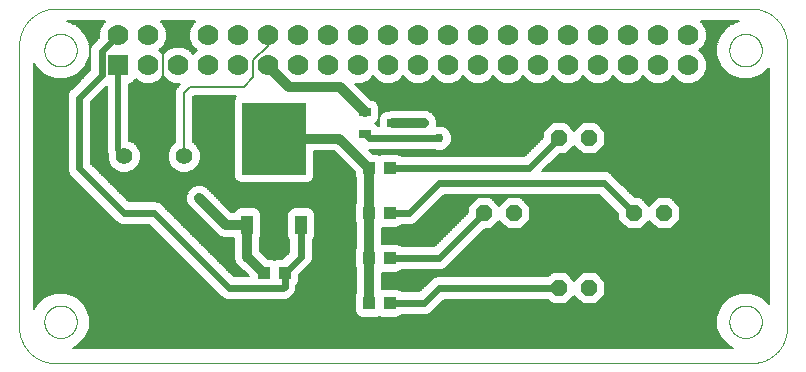
<source format=gtl>
G75*
%MOIN*%
%OFA0B0*%
%FSLAX25Y25*%
%IPPOS*%
%LPD*%
%AMOC8*
5,1,8,0,0,1.08239X$1,22.5*
%
%ADD10C,0.00000*%
%ADD11OC8,0.05200*%
%ADD12R,0.03937X0.02756*%
%ADD13R,0.21260X0.24409*%
%ADD14R,0.03937X0.06299*%
%ADD15R,0.04134X0.04252*%
%ADD16R,0.07000X0.07000*%
%ADD17C,0.07000*%
%ADD18C,0.05583*%
%ADD19C,0.02000*%
%ADD20C,0.00787*%
%ADD21C,0.00600*%
%ADD22C,0.03200*%
%ADD23C,0.02978*%
%ADD24C,0.02400*%
D10*
X0016899Y0005000D02*
X0249166Y0005000D01*
X0249450Y0005003D01*
X0249734Y0005014D01*
X0250017Y0005031D01*
X0250301Y0005055D01*
X0250583Y0005086D01*
X0250864Y0005123D01*
X0251145Y0005168D01*
X0251424Y0005219D01*
X0251703Y0005277D01*
X0251979Y0005342D01*
X0252254Y0005413D01*
X0252527Y0005491D01*
X0252798Y0005575D01*
X0253068Y0005666D01*
X0253334Y0005764D01*
X0253599Y0005868D01*
X0253861Y0005978D01*
X0254120Y0006095D01*
X0254376Y0006218D01*
X0254629Y0006346D01*
X0254879Y0006482D01*
X0255125Y0006623D01*
X0255368Y0006770D01*
X0255608Y0006922D01*
X0255844Y0007081D01*
X0256075Y0007245D01*
X0256303Y0007415D01*
X0256527Y0007590D01*
X0256746Y0007770D01*
X0256961Y0007956D01*
X0257171Y0008147D01*
X0257377Y0008343D01*
X0257578Y0008544D01*
X0257774Y0008750D01*
X0257965Y0008960D01*
X0258151Y0009175D01*
X0258331Y0009394D01*
X0258506Y0009618D01*
X0258676Y0009846D01*
X0258840Y0010077D01*
X0258999Y0010313D01*
X0259151Y0010553D01*
X0259298Y0010796D01*
X0259439Y0011042D01*
X0259575Y0011292D01*
X0259703Y0011545D01*
X0259826Y0011801D01*
X0259943Y0012060D01*
X0260053Y0012322D01*
X0260157Y0012587D01*
X0260255Y0012853D01*
X0260346Y0013123D01*
X0260430Y0013394D01*
X0260508Y0013667D01*
X0260579Y0013942D01*
X0260644Y0014218D01*
X0260702Y0014497D01*
X0260753Y0014776D01*
X0260798Y0015057D01*
X0260835Y0015338D01*
X0260866Y0015620D01*
X0260890Y0015904D01*
X0260907Y0016187D01*
X0260918Y0016471D01*
X0260921Y0016755D01*
X0260921Y0111192D01*
X0260917Y0111482D01*
X0260907Y0111772D01*
X0260889Y0112062D01*
X0260865Y0112351D01*
X0260833Y0112640D01*
X0260795Y0112927D01*
X0260750Y0113214D01*
X0260697Y0113499D01*
X0260638Y0113783D01*
X0260572Y0114066D01*
X0260499Y0114347D01*
X0260420Y0114626D01*
X0260333Y0114903D01*
X0260240Y0115178D01*
X0260141Y0115450D01*
X0260034Y0115721D01*
X0259922Y0115988D01*
X0259803Y0116253D01*
X0259677Y0116514D01*
X0259545Y0116773D01*
X0259407Y0117028D01*
X0259263Y0117280D01*
X0259113Y0117528D01*
X0258957Y0117773D01*
X0258795Y0118014D01*
X0258627Y0118251D01*
X0258454Y0118483D01*
X0258275Y0118712D01*
X0258091Y0118936D01*
X0257901Y0119155D01*
X0257706Y0119370D01*
X0257506Y0119580D01*
X0257300Y0119786D01*
X0257090Y0119986D01*
X0256875Y0120181D01*
X0256656Y0120371D01*
X0256432Y0120555D01*
X0256203Y0120734D01*
X0255971Y0120907D01*
X0255734Y0121075D01*
X0255493Y0121237D01*
X0255248Y0121393D01*
X0255000Y0121543D01*
X0254748Y0121687D01*
X0254493Y0121825D01*
X0254234Y0121957D01*
X0253973Y0122083D01*
X0253708Y0122202D01*
X0253441Y0122314D01*
X0253170Y0122421D01*
X0252898Y0122520D01*
X0252623Y0122613D01*
X0252346Y0122700D01*
X0252067Y0122779D01*
X0251786Y0122852D01*
X0251503Y0122918D01*
X0251219Y0122977D01*
X0250934Y0123030D01*
X0250647Y0123075D01*
X0250360Y0123113D01*
X0250071Y0123145D01*
X0249782Y0123169D01*
X0249492Y0123187D01*
X0249202Y0123197D01*
X0248912Y0123201D01*
X0017261Y0123201D01*
X0016965Y0123197D01*
X0016669Y0123187D01*
X0016373Y0123169D01*
X0016078Y0123144D01*
X0015783Y0123112D01*
X0015489Y0123072D01*
X0015197Y0123026D01*
X0014905Y0122973D01*
X0014615Y0122912D01*
X0014327Y0122845D01*
X0014040Y0122770D01*
X0013755Y0122689D01*
X0013472Y0122601D01*
X0013191Y0122506D01*
X0012913Y0122404D01*
X0012637Y0122296D01*
X0012364Y0122181D01*
X0012094Y0122059D01*
X0011827Y0121931D01*
X0011563Y0121797D01*
X0011302Y0121656D01*
X0011045Y0121509D01*
X0010792Y0121355D01*
X0010542Y0121196D01*
X0010296Y0121031D01*
X0010054Y0120859D01*
X0009817Y0120682D01*
X0009583Y0120500D01*
X0009355Y0120311D01*
X0009130Y0120117D01*
X0008911Y0119918D01*
X0008697Y0119714D01*
X0008487Y0119504D01*
X0008283Y0119290D01*
X0008084Y0119071D01*
X0007890Y0118846D01*
X0007701Y0118618D01*
X0007519Y0118384D01*
X0007342Y0118147D01*
X0007170Y0117905D01*
X0007005Y0117659D01*
X0006846Y0117409D01*
X0006692Y0117156D01*
X0006545Y0116899D01*
X0006404Y0116638D01*
X0006270Y0116374D01*
X0006142Y0116107D01*
X0006020Y0115837D01*
X0005905Y0115564D01*
X0005797Y0115288D01*
X0005695Y0115010D01*
X0005600Y0114729D01*
X0005512Y0114446D01*
X0005431Y0114161D01*
X0005356Y0113874D01*
X0005289Y0113586D01*
X0005228Y0113296D01*
X0005175Y0113004D01*
X0005129Y0112712D01*
X0005089Y0112418D01*
X0005057Y0112123D01*
X0005032Y0111828D01*
X0005014Y0111532D01*
X0005004Y0111236D01*
X0005000Y0110940D01*
X0005000Y0016899D01*
X0005003Y0016611D01*
X0005014Y0016324D01*
X0005031Y0016037D01*
X0005056Y0015751D01*
X0005087Y0015465D01*
X0005125Y0015180D01*
X0005170Y0014896D01*
X0005222Y0014613D01*
X0005280Y0014331D01*
X0005346Y0014051D01*
X0005418Y0013773D01*
X0005497Y0013497D01*
X0005582Y0013222D01*
X0005675Y0012950D01*
X0005773Y0012680D01*
X0005878Y0012412D01*
X0005990Y0012147D01*
X0006108Y0011885D01*
X0006232Y0011625D01*
X0006363Y0011369D01*
X0006500Y0011116D01*
X0006642Y0010867D01*
X0006791Y0010621D01*
X0006946Y0010378D01*
X0007106Y0010140D01*
X0007273Y0009905D01*
X0007444Y0009674D01*
X0007622Y0009448D01*
X0007804Y0009226D01*
X0007992Y0009009D01*
X0008186Y0008796D01*
X0008384Y0008587D01*
X0008587Y0008384D01*
X0008796Y0008186D01*
X0009009Y0007992D01*
X0009226Y0007804D01*
X0009448Y0007622D01*
X0009674Y0007444D01*
X0009905Y0007273D01*
X0010140Y0007106D01*
X0010378Y0006946D01*
X0010621Y0006791D01*
X0010867Y0006642D01*
X0011116Y0006500D01*
X0011369Y0006363D01*
X0011625Y0006232D01*
X0011885Y0006108D01*
X0012147Y0005990D01*
X0012412Y0005878D01*
X0012680Y0005773D01*
X0012950Y0005675D01*
X0013222Y0005582D01*
X0013497Y0005497D01*
X0013773Y0005418D01*
X0014051Y0005346D01*
X0014331Y0005280D01*
X0014613Y0005222D01*
X0014896Y0005170D01*
X0015180Y0005125D01*
X0015465Y0005087D01*
X0015751Y0005056D01*
X0016037Y0005031D01*
X0016324Y0005014D01*
X0016611Y0005003D01*
X0016899Y0005000D01*
X0013367Y0018780D02*
X0013369Y0018927D01*
X0013375Y0019073D01*
X0013385Y0019219D01*
X0013399Y0019365D01*
X0013417Y0019511D01*
X0013438Y0019656D01*
X0013464Y0019800D01*
X0013494Y0019944D01*
X0013527Y0020086D01*
X0013564Y0020228D01*
X0013605Y0020369D01*
X0013650Y0020508D01*
X0013699Y0020647D01*
X0013751Y0020784D01*
X0013808Y0020919D01*
X0013867Y0021053D01*
X0013931Y0021185D01*
X0013998Y0021315D01*
X0014068Y0021444D01*
X0014142Y0021571D01*
X0014219Y0021695D01*
X0014300Y0021818D01*
X0014384Y0021938D01*
X0014471Y0022056D01*
X0014561Y0022171D01*
X0014654Y0022284D01*
X0014751Y0022395D01*
X0014850Y0022503D01*
X0014952Y0022608D01*
X0015057Y0022710D01*
X0015165Y0022809D01*
X0015276Y0022906D01*
X0015389Y0022999D01*
X0015504Y0023089D01*
X0015622Y0023176D01*
X0015742Y0023260D01*
X0015865Y0023341D01*
X0015989Y0023418D01*
X0016116Y0023492D01*
X0016245Y0023562D01*
X0016375Y0023629D01*
X0016507Y0023693D01*
X0016641Y0023752D01*
X0016776Y0023809D01*
X0016913Y0023861D01*
X0017052Y0023910D01*
X0017191Y0023955D01*
X0017332Y0023996D01*
X0017474Y0024033D01*
X0017616Y0024066D01*
X0017760Y0024096D01*
X0017904Y0024122D01*
X0018049Y0024143D01*
X0018195Y0024161D01*
X0018341Y0024175D01*
X0018487Y0024185D01*
X0018633Y0024191D01*
X0018780Y0024193D01*
X0018927Y0024191D01*
X0019073Y0024185D01*
X0019219Y0024175D01*
X0019365Y0024161D01*
X0019511Y0024143D01*
X0019656Y0024122D01*
X0019800Y0024096D01*
X0019944Y0024066D01*
X0020086Y0024033D01*
X0020228Y0023996D01*
X0020369Y0023955D01*
X0020508Y0023910D01*
X0020647Y0023861D01*
X0020784Y0023809D01*
X0020919Y0023752D01*
X0021053Y0023693D01*
X0021185Y0023629D01*
X0021315Y0023562D01*
X0021444Y0023492D01*
X0021571Y0023418D01*
X0021695Y0023341D01*
X0021818Y0023260D01*
X0021938Y0023176D01*
X0022056Y0023089D01*
X0022171Y0022999D01*
X0022284Y0022906D01*
X0022395Y0022809D01*
X0022503Y0022710D01*
X0022608Y0022608D01*
X0022710Y0022503D01*
X0022809Y0022395D01*
X0022906Y0022284D01*
X0022999Y0022171D01*
X0023089Y0022056D01*
X0023176Y0021938D01*
X0023260Y0021818D01*
X0023341Y0021695D01*
X0023418Y0021571D01*
X0023492Y0021444D01*
X0023562Y0021315D01*
X0023629Y0021185D01*
X0023693Y0021053D01*
X0023752Y0020919D01*
X0023809Y0020784D01*
X0023861Y0020647D01*
X0023910Y0020508D01*
X0023955Y0020369D01*
X0023996Y0020228D01*
X0024033Y0020086D01*
X0024066Y0019944D01*
X0024096Y0019800D01*
X0024122Y0019656D01*
X0024143Y0019511D01*
X0024161Y0019365D01*
X0024175Y0019219D01*
X0024185Y0019073D01*
X0024191Y0018927D01*
X0024193Y0018780D01*
X0024191Y0018633D01*
X0024185Y0018487D01*
X0024175Y0018341D01*
X0024161Y0018195D01*
X0024143Y0018049D01*
X0024122Y0017904D01*
X0024096Y0017760D01*
X0024066Y0017616D01*
X0024033Y0017474D01*
X0023996Y0017332D01*
X0023955Y0017191D01*
X0023910Y0017052D01*
X0023861Y0016913D01*
X0023809Y0016776D01*
X0023752Y0016641D01*
X0023693Y0016507D01*
X0023629Y0016375D01*
X0023562Y0016245D01*
X0023492Y0016116D01*
X0023418Y0015989D01*
X0023341Y0015865D01*
X0023260Y0015742D01*
X0023176Y0015622D01*
X0023089Y0015504D01*
X0022999Y0015389D01*
X0022906Y0015276D01*
X0022809Y0015165D01*
X0022710Y0015057D01*
X0022608Y0014952D01*
X0022503Y0014850D01*
X0022395Y0014751D01*
X0022284Y0014654D01*
X0022171Y0014561D01*
X0022056Y0014471D01*
X0021938Y0014384D01*
X0021818Y0014300D01*
X0021695Y0014219D01*
X0021571Y0014142D01*
X0021444Y0014068D01*
X0021315Y0013998D01*
X0021185Y0013931D01*
X0021053Y0013867D01*
X0020919Y0013808D01*
X0020784Y0013751D01*
X0020647Y0013699D01*
X0020508Y0013650D01*
X0020369Y0013605D01*
X0020228Y0013564D01*
X0020086Y0013527D01*
X0019944Y0013494D01*
X0019800Y0013464D01*
X0019656Y0013438D01*
X0019511Y0013417D01*
X0019365Y0013399D01*
X0019219Y0013385D01*
X0019073Y0013375D01*
X0018927Y0013369D01*
X0018780Y0013367D01*
X0018633Y0013369D01*
X0018487Y0013375D01*
X0018341Y0013385D01*
X0018195Y0013399D01*
X0018049Y0013417D01*
X0017904Y0013438D01*
X0017760Y0013464D01*
X0017616Y0013494D01*
X0017474Y0013527D01*
X0017332Y0013564D01*
X0017191Y0013605D01*
X0017052Y0013650D01*
X0016913Y0013699D01*
X0016776Y0013751D01*
X0016641Y0013808D01*
X0016507Y0013867D01*
X0016375Y0013931D01*
X0016245Y0013998D01*
X0016116Y0014068D01*
X0015989Y0014142D01*
X0015865Y0014219D01*
X0015742Y0014300D01*
X0015622Y0014384D01*
X0015504Y0014471D01*
X0015389Y0014561D01*
X0015276Y0014654D01*
X0015165Y0014751D01*
X0015057Y0014850D01*
X0014952Y0014952D01*
X0014850Y0015057D01*
X0014751Y0015165D01*
X0014654Y0015276D01*
X0014561Y0015389D01*
X0014471Y0015504D01*
X0014384Y0015622D01*
X0014300Y0015742D01*
X0014219Y0015865D01*
X0014142Y0015989D01*
X0014068Y0016116D01*
X0013998Y0016245D01*
X0013931Y0016375D01*
X0013867Y0016507D01*
X0013808Y0016641D01*
X0013751Y0016776D01*
X0013699Y0016913D01*
X0013650Y0017052D01*
X0013605Y0017191D01*
X0013564Y0017332D01*
X0013527Y0017474D01*
X0013494Y0017616D01*
X0013464Y0017760D01*
X0013438Y0017904D01*
X0013417Y0018049D01*
X0013399Y0018195D01*
X0013385Y0018341D01*
X0013375Y0018487D01*
X0013369Y0018633D01*
X0013367Y0018780D01*
X0013367Y0109331D02*
X0013369Y0109478D01*
X0013375Y0109624D01*
X0013385Y0109770D01*
X0013399Y0109916D01*
X0013417Y0110062D01*
X0013438Y0110207D01*
X0013464Y0110351D01*
X0013494Y0110495D01*
X0013527Y0110637D01*
X0013564Y0110779D01*
X0013605Y0110920D01*
X0013650Y0111059D01*
X0013699Y0111198D01*
X0013751Y0111335D01*
X0013808Y0111470D01*
X0013867Y0111604D01*
X0013931Y0111736D01*
X0013998Y0111866D01*
X0014068Y0111995D01*
X0014142Y0112122D01*
X0014219Y0112246D01*
X0014300Y0112369D01*
X0014384Y0112489D01*
X0014471Y0112607D01*
X0014561Y0112722D01*
X0014654Y0112835D01*
X0014751Y0112946D01*
X0014850Y0113054D01*
X0014952Y0113159D01*
X0015057Y0113261D01*
X0015165Y0113360D01*
X0015276Y0113457D01*
X0015389Y0113550D01*
X0015504Y0113640D01*
X0015622Y0113727D01*
X0015742Y0113811D01*
X0015865Y0113892D01*
X0015989Y0113969D01*
X0016116Y0114043D01*
X0016245Y0114113D01*
X0016375Y0114180D01*
X0016507Y0114244D01*
X0016641Y0114303D01*
X0016776Y0114360D01*
X0016913Y0114412D01*
X0017052Y0114461D01*
X0017191Y0114506D01*
X0017332Y0114547D01*
X0017474Y0114584D01*
X0017616Y0114617D01*
X0017760Y0114647D01*
X0017904Y0114673D01*
X0018049Y0114694D01*
X0018195Y0114712D01*
X0018341Y0114726D01*
X0018487Y0114736D01*
X0018633Y0114742D01*
X0018780Y0114744D01*
X0018927Y0114742D01*
X0019073Y0114736D01*
X0019219Y0114726D01*
X0019365Y0114712D01*
X0019511Y0114694D01*
X0019656Y0114673D01*
X0019800Y0114647D01*
X0019944Y0114617D01*
X0020086Y0114584D01*
X0020228Y0114547D01*
X0020369Y0114506D01*
X0020508Y0114461D01*
X0020647Y0114412D01*
X0020784Y0114360D01*
X0020919Y0114303D01*
X0021053Y0114244D01*
X0021185Y0114180D01*
X0021315Y0114113D01*
X0021444Y0114043D01*
X0021571Y0113969D01*
X0021695Y0113892D01*
X0021818Y0113811D01*
X0021938Y0113727D01*
X0022056Y0113640D01*
X0022171Y0113550D01*
X0022284Y0113457D01*
X0022395Y0113360D01*
X0022503Y0113261D01*
X0022608Y0113159D01*
X0022710Y0113054D01*
X0022809Y0112946D01*
X0022906Y0112835D01*
X0022999Y0112722D01*
X0023089Y0112607D01*
X0023176Y0112489D01*
X0023260Y0112369D01*
X0023341Y0112246D01*
X0023418Y0112122D01*
X0023492Y0111995D01*
X0023562Y0111866D01*
X0023629Y0111736D01*
X0023693Y0111604D01*
X0023752Y0111470D01*
X0023809Y0111335D01*
X0023861Y0111198D01*
X0023910Y0111059D01*
X0023955Y0110920D01*
X0023996Y0110779D01*
X0024033Y0110637D01*
X0024066Y0110495D01*
X0024096Y0110351D01*
X0024122Y0110207D01*
X0024143Y0110062D01*
X0024161Y0109916D01*
X0024175Y0109770D01*
X0024185Y0109624D01*
X0024191Y0109478D01*
X0024193Y0109331D01*
X0024191Y0109184D01*
X0024185Y0109038D01*
X0024175Y0108892D01*
X0024161Y0108746D01*
X0024143Y0108600D01*
X0024122Y0108455D01*
X0024096Y0108311D01*
X0024066Y0108167D01*
X0024033Y0108025D01*
X0023996Y0107883D01*
X0023955Y0107742D01*
X0023910Y0107603D01*
X0023861Y0107464D01*
X0023809Y0107327D01*
X0023752Y0107192D01*
X0023693Y0107058D01*
X0023629Y0106926D01*
X0023562Y0106796D01*
X0023492Y0106667D01*
X0023418Y0106540D01*
X0023341Y0106416D01*
X0023260Y0106293D01*
X0023176Y0106173D01*
X0023089Y0106055D01*
X0022999Y0105940D01*
X0022906Y0105827D01*
X0022809Y0105716D01*
X0022710Y0105608D01*
X0022608Y0105503D01*
X0022503Y0105401D01*
X0022395Y0105302D01*
X0022284Y0105205D01*
X0022171Y0105112D01*
X0022056Y0105022D01*
X0021938Y0104935D01*
X0021818Y0104851D01*
X0021695Y0104770D01*
X0021571Y0104693D01*
X0021444Y0104619D01*
X0021315Y0104549D01*
X0021185Y0104482D01*
X0021053Y0104418D01*
X0020919Y0104359D01*
X0020784Y0104302D01*
X0020647Y0104250D01*
X0020508Y0104201D01*
X0020369Y0104156D01*
X0020228Y0104115D01*
X0020086Y0104078D01*
X0019944Y0104045D01*
X0019800Y0104015D01*
X0019656Y0103989D01*
X0019511Y0103968D01*
X0019365Y0103950D01*
X0019219Y0103936D01*
X0019073Y0103926D01*
X0018927Y0103920D01*
X0018780Y0103918D01*
X0018633Y0103920D01*
X0018487Y0103926D01*
X0018341Y0103936D01*
X0018195Y0103950D01*
X0018049Y0103968D01*
X0017904Y0103989D01*
X0017760Y0104015D01*
X0017616Y0104045D01*
X0017474Y0104078D01*
X0017332Y0104115D01*
X0017191Y0104156D01*
X0017052Y0104201D01*
X0016913Y0104250D01*
X0016776Y0104302D01*
X0016641Y0104359D01*
X0016507Y0104418D01*
X0016375Y0104482D01*
X0016245Y0104549D01*
X0016116Y0104619D01*
X0015989Y0104693D01*
X0015865Y0104770D01*
X0015742Y0104851D01*
X0015622Y0104935D01*
X0015504Y0105022D01*
X0015389Y0105112D01*
X0015276Y0105205D01*
X0015165Y0105302D01*
X0015057Y0105401D01*
X0014952Y0105503D01*
X0014850Y0105608D01*
X0014751Y0105716D01*
X0014654Y0105827D01*
X0014561Y0105940D01*
X0014471Y0106055D01*
X0014384Y0106173D01*
X0014300Y0106293D01*
X0014219Y0106416D01*
X0014142Y0106540D01*
X0014068Y0106667D01*
X0013998Y0106796D01*
X0013931Y0106926D01*
X0013867Y0107058D01*
X0013808Y0107192D01*
X0013751Y0107327D01*
X0013699Y0107464D01*
X0013650Y0107603D01*
X0013605Y0107742D01*
X0013564Y0107883D01*
X0013527Y0108025D01*
X0013494Y0108167D01*
X0013464Y0108311D01*
X0013438Y0108455D01*
X0013417Y0108600D01*
X0013399Y0108746D01*
X0013385Y0108892D01*
X0013375Y0109038D01*
X0013369Y0109184D01*
X0013367Y0109331D01*
X0241713Y0109331D02*
X0241715Y0109478D01*
X0241721Y0109624D01*
X0241731Y0109770D01*
X0241745Y0109916D01*
X0241763Y0110062D01*
X0241784Y0110207D01*
X0241810Y0110351D01*
X0241840Y0110495D01*
X0241873Y0110637D01*
X0241910Y0110779D01*
X0241951Y0110920D01*
X0241996Y0111059D01*
X0242045Y0111198D01*
X0242097Y0111335D01*
X0242154Y0111470D01*
X0242213Y0111604D01*
X0242277Y0111736D01*
X0242344Y0111866D01*
X0242414Y0111995D01*
X0242488Y0112122D01*
X0242565Y0112246D01*
X0242646Y0112369D01*
X0242730Y0112489D01*
X0242817Y0112607D01*
X0242907Y0112722D01*
X0243000Y0112835D01*
X0243097Y0112946D01*
X0243196Y0113054D01*
X0243298Y0113159D01*
X0243403Y0113261D01*
X0243511Y0113360D01*
X0243622Y0113457D01*
X0243735Y0113550D01*
X0243850Y0113640D01*
X0243968Y0113727D01*
X0244088Y0113811D01*
X0244211Y0113892D01*
X0244335Y0113969D01*
X0244462Y0114043D01*
X0244591Y0114113D01*
X0244721Y0114180D01*
X0244853Y0114244D01*
X0244987Y0114303D01*
X0245122Y0114360D01*
X0245259Y0114412D01*
X0245398Y0114461D01*
X0245537Y0114506D01*
X0245678Y0114547D01*
X0245820Y0114584D01*
X0245962Y0114617D01*
X0246106Y0114647D01*
X0246250Y0114673D01*
X0246395Y0114694D01*
X0246541Y0114712D01*
X0246687Y0114726D01*
X0246833Y0114736D01*
X0246979Y0114742D01*
X0247126Y0114744D01*
X0247273Y0114742D01*
X0247419Y0114736D01*
X0247565Y0114726D01*
X0247711Y0114712D01*
X0247857Y0114694D01*
X0248002Y0114673D01*
X0248146Y0114647D01*
X0248290Y0114617D01*
X0248432Y0114584D01*
X0248574Y0114547D01*
X0248715Y0114506D01*
X0248854Y0114461D01*
X0248993Y0114412D01*
X0249130Y0114360D01*
X0249265Y0114303D01*
X0249399Y0114244D01*
X0249531Y0114180D01*
X0249661Y0114113D01*
X0249790Y0114043D01*
X0249917Y0113969D01*
X0250041Y0113892D01*
X0250164Y0113811D01*
X0250284Y0113727D01*
X0250402Y0113640D01*
X0250517Y0113550D01*
X0250630Y0113457D01*
X0250741Y0113360D01*
X0250849Y0113261D01*
X0250954Y0113159D01*
X0251056Y0113054D01*
X0251155Y0112946D01*
X0251252Y0112835D01*
X0251345Y0112722D01*
X0251435Y0112607D01*
X0251522Y0112489D01*
X0251606Y0112369D01*
X0251687Y0112246D01*
X0251764Y0112122D01*
X0251838Y0111995D01*
X0251908Y0111866D01*
X0251975Y0111736D01*
X0252039Y0111604D01*
X0252098Y0111470D01*
X0252155Y0111335D01*
X0252207Y0111198D01*
X0252256Y0111059D01*
X0252301Y0110920D01*
X0252342Y0110779D01*
X0252379Y0110637D01*
X0252412Y0110495D01*
X0252442Y0110351D01*
X0252468Y0110207D01*
X0252489Y0110062D01*
X0252507Y0109916D01*
X0252521Y0109770D01*
X0252531Y0109624D01*
X0252537Y0109478D01*
X0252539Y0109331D01*
X0252537Y0109184D01*
X0252531Y0109038D01*
X0252521Y0108892D01*
X0252507Y0108746D01*
X0252489Y0108600D01*
X0252468Y0108455D01*
X0252442Y0108311D01*
X0252412Y0108167D01*
X0252379Y0108025D01*
X0252342Y0107883D01*
X0252301Y0107742D01*
X0252256Y0107603D01*
X0252207Y0107464D01*
X0252155Y0107327D01*
X0252098Y0107192D01*
X0252039Y0107058D01*
X0251975Y0106926D01*
X0251908Y0106796D01*
X0251838Y0106667D01*
X0251764Y0106540D01*
X0251687Y0106416D01*
X0251606Y0106293D01*
X0251522Y0106173D01*
X0251435Y0106055D01*
X0251345Y0105940D01*
X0251252Y0105827D01*
X0251155Y0105716D01*
X0251056Y0105608D01*
X0250954Y0105503D01*
X0250849Y0105401D01*
X0250741Y0105302D01*
X0250630Y0105205D01*
X0250517Y0105112D01*
X0250402Y0105022D01*
X0250284Y0104935D01*
X0250164Y0104851D01*
X0250041Y0104770D01*
X0249917Y0104693D01*
X0249790Y0104619D01*
X0249661Y0104549D01*
X0249531Y0104482D01*
X0249399Y0104418D01*
X0249265Y0104359D01*
X0249130Y0104302D01*
X0248993Y0104250D01*
X0248854Y0104201D01*
X0248715Y0104156D01*
X0248574Y0104115D01*
X0248432Y0104078D01*
X0248290Y0104045D01*
X0248146Y0104015D01*
X0248002Y0103989D01*
X0247857Y0103968D01*
X0247711Y0103950D01*
X0247565Y0103936D01*
X0247419Y0103926D01*
X0247273Y0103920D01*
X0247126Y0103918D01*
X0246979Y0103920D01*
X0246833Y0103926D01*
X0246687Y0103936D01*
X0246541Y0103950D01*
X0246395Y0103968D01*
X0246250Y0103989D01*
X0246106Y0104015D01*
X0245962Y0104045D01*
X0245820Y0104078D01*
X0245678Y0104115D01*
X0245537Y0104156D01*
X0245398Y0104201D01*
X0245259Y0104250D01*
X0245122Y0104302D01*
X0244987Y0104359D01*
X0244853Y0104418D01*
X0244721Y0104482D01*
X0244591Y0104549D01*
X0244462Y0104619D01*
X0244335Y0104693D01*
X0244211Y0104770D01*
X0244088Y0104851D01*
X0243968Y0104935D01*
X0243850Y0105022D01*
X0243735Y0105112D01*
X0243622Y0105205D01*
X0243511Y0105302D01*
X0243403Y0105401D01*
X0243298Y0105503D01*
X0243196Y0105608D01*
X0243097Y0105716D01*
X0243000Y0105827D01*
X0242907Y0105940D01*
X0242817Y0106055D01*
X0242730Y0106173D01*
X0242646Y0106293D01*
X0242565Y0106416D01*
X0242488Y0106540D01*
X0242414Y0106667D01*
X0242344Y0106796D01*
X0242277Y0106926D01*
X0242213Y0107058D01*
X0242154Y0107192D01*
X0242097Y0107327D01*
X0242045Y0107464D01*
X0241996Y0107603D01*
X0241951Y0107742D01*
X0241910Y0107883D01*
X0241873Y0108025D01*
X0241840Y0108167D01*
X0241810Y0108311D01*
X0241784Y0108455D01*
X0241763Y0108600D01*
X0241745Y0108746D01*
X0241731Y0108892D01*
X0241721Y0109038D01*
X0241715Y0109184D01*
X0241713Y0109331D01*
X0241713Y0018780D02*
X0241715Y0018927D01*
X0241721Y0019073D01*
X0241731Y0019219D01*
X0241745Y0019365D01*
X0241763Y0019511D01*
X0241784Y0019656D01*
X0241810Y0019800D01*
X0241840Y0019944D01*
X0241873Y0020086D01*
X0241910Y0020228D01*
X0241951Y0020369D01*
X0241996Y0020508D01*
X0242045Y0020647D01*
X0242097Y0020784D01*
X0242154Y0020919D01*
X0242213Y0021053D01*
X0242277Y0021185D01*
X0242344Y0021315D01*
X0242414Y0021444D01*
X0242488Y0021571D01*
X0242565Y0021695D01*
X0242646Y0021818D01*
X0242730Y0021938D01*
X0242817Y0022056D01*
X0242907Y0022171D01*
X0243000Y0022284D01*
X0243097Y0022395D01*
X0243196Y0022503D01*
X0243298Y0022608D01*
X0243403Y0022710D01*
X0243511Y0022809D01*
X0243622Y0022906D01*
X0243735Y0022999D01*
X0243850Y0023089D01*
X0243968Y0023176D01*
X0244088Y0023260D01*
X0244211Y0023341D01*
X0244335Y0023418D01*
X0244462Y0023492D01*
X0244591Y0023562D01*
X0244721Y0023629D01*
X0244853Y0023693D01*
X0244987Y0023752D01*
X0245122Y0023809D01*
X0245259Y0023861D01*
X0245398Y0023910D01*
X0245537Y0023955D01*
X0245678Y0023996D01*
X0245820Y0024033D01*
X0245962Y0024066D01*
X0246106Y0024096D01*
X0246250Y0024122D01*
X0246395Y0024143D01*
X0246541Y0024161D01*
X0246687Y0024175D01*
X0246833Y0024185D01*
X0246979Y0024191D01*
X0247126Y0024193D01*
X0247273Y0024191D01*
X0247419Y0024185D01*
X0247565Y0024175D01*
X0247711Y0024161D01*
X0247857Y0024143D01*
X0248002Y0024122D01*
X0248146Y0024096D01*
X0248290Y0024066D01*
X0248432Y0024033D01*
X0248574Y0023996D01*
X0248715Y0023955D01*
X0248854Y0023910D01*
X0248993Y0023861D01*
X0249130Y0023809D01*
X0249265Y0023752D01*
X0249399Y0023693D01*
X0249531Y0023629D01*
X0249661Y0023562D01*
X0249790Y0023492D01*
X0249917Y0023418D01*
X0250041Y0023341D01*
X0250164Y0023260D01*
X0250284Y0023176D01*
X0250402Y0023089D01*
X0250517Y0022999D01*
X0250630Y0022906D01*
X0250741Y0022809D01*
X0250849Y0022710D01*
X0250954Y0022608D01*
X0251056Y0022503D01*
X0251155Y0022395D01*
X0251252Y0022284D01*
X0251345Y0022171D01*
X0251435Y0022056D01*
X0251522Y0021938D01*
X0251606Y0021818D01*
X0251687Y0021695D01*
X0251764Y0021571D01*
X0251838Y0021444D01*
X0251908Y0021315D01*
X0251975Y0021185D01*
X0252039Y0021053D01*
X0252098Y0020919D01*
X0252155Y0020784D01*
X0252207Y0020647D01*
X0252256Y0020508D01*
X0252301Y0020369D01*
X0252342Y0020228D01*
X0252379Y0020086D01*
X0252412Y0019944D01*
X0252442Y0019800D01*
X0252468Y0019656D01*
X0252489Y0019511D01*
X0252507Y0019365D01*
X0252521Y0019219D01*
X0252531Y0019073D01*
X0252537Y0018927D01*
X0252539Y0018780D01*
X0252537Y0018633D01*
X0252531Y0018487D01*
X0252521Y0018341D01*
X0252507Y0018195D01*
X0252489Y0018049D01*
X0252468Y0017904D01*
X0252442Y0017760D01*
X0252412Y0017616D01*
X0252379Y0017474D01*
X0252342Y0017332D01*
X0252301Y0017191D01*
X0252256Y0017052D01*
X0252207Y0016913D01*
X0252155Y0016776D01*
X0252098Y0016641D01*
X0252039Y0016507D01*
X0251975Y0016375D01*
X0251908Y0016245D01*
X0251838Y0016116D01*
X0251764Y0015989D01*
X0251687Y0015865D01*
X0251606Y0015742D01*
X0251522Y0015622D01*
X0251435Y0015504D01*
X0251345Y0015389D01*
X0251252Y0015276D01*
X0251155Y0015165D01*
X0251056Y0015057D01*
X0250954Y0014952D01*
X0250849Y0014850D01*
X0250741Y0014751D01*
X0250630Y0014654D01*
X0250517Y0014561D01*
X0250402Y0014471D01*
X0250284Y0014384D01*
X0250164Y0014300D01*
X0250041Y0014219D01*
X0249917Y0014142D01*
X0249790Y0014068D01*
X0249661Y0013998D01*
X0249531Y0013931D01*
X0249399Y0013867D01*
X0249265Y0013808D01*
X0249130Y0013751D01*
X0248993Y0013699D01*
X0248854Y0013650D01*
X0248715Y0013605D01*
X0248574Y0013564D01*
X0248432Y0013527D01*
X0248290Y0013494D01*
X0248146Y0013464D01*
X0248002Y0013438D01*
X0247857Y0013417D01*
X0247711Y0013399D01*
X0247565Y0013385D01*
X0247419Y0013375D01*
X0247273Y0013369D01*
X0247126Y0013367D01*
X0246979Y0013369D01*
X0246833Y0013375D01*
X0246687Y0013385D01*
X0246541Y0013399D01*
X0246395Y0013417D01*
X0246250Y0013438D01*
X0246106Y0013464D01*
X0245962Y0013494D01*
X0245820Y0013527D01*
X0245678Y0013564D01*
X0245537Y0013605D01*
X0245398Y0013650D01*
X0245259Y0013699D01*
X0245122Y0013751D01*
X0244987Y0013808D01*
X0244853Y0013867D01*
X0244721Y0013931D01*
X0244591Y0013998D01*
X0244462Y0014068D01*
X0244335Y0014142D01*
X0244211Y0014219D01*
X0244088Y0014300D01*
X0243968Y0014384D01*
X0243850Y0014471D01*
X0243735Y0014561D01*
X0243622Y0014654D01*
X0243511Y0014751D01*
X0243403Y0014850D01*
X0243298Y0014952D01*
X0243196Y0015057D01*
X0243097Y0015165D01*
X0243000Y0015276D01*
X0242907Y0015389D01*
X0242817Y0015504D01*
X0242730Y0015622D01*
X0242646Y0015742D01*
X0242565Y0015865D01*
X0242488Y0015989D01*
X0242414Y0016116D01*
X0242344Y0016245D01*
X0242277Y0016375D01*
X0242213Y0016507D01*
X0242154Y0016641D01*
X0242097Y0016776D01*
X0242045Y0016913D01*
X0241996Y0017052D01*
X0241951Y0017191D01*
X0241910Y0017332D01*
X0241873Y0017474D01*
X0241840Y0017616D01*
X0241810Y0017760D01*
X0241784Y0017904D01*
X0241763Y0018049D01*
X0241745Y0018195D01*
X0241731Y0018341D01*
X0241721Y0018487D01*
X0241715Y0018633D01*
X0241713Y0018780D01*
D11*
X0195000Y0030000D03*
X0185000Y0030000D03*
X0170000Y0055000D03*
X0160000Y0055000D03*
X0185000Y0080000D03*
X0195000Y0080000D03*
X0210000Y0055000D03*
X0220000Y0055000D03*
D12*
X0129724Y0085000D03*
X0120276Y0081260D03*
X0120276Y0088740D03*
D13*
X0090000Y0079843D03*
D14*
X0081024Y0051102D03*
X0098976Y0051102D03*
D15*
X0121555Y0055000D03*
X0128445Y0055000D03*
X0128445Y0040000D03*
X0121555Y0040000D03*
X0093445Y0035000D03*
X0086555Y0035000D03*
X0121555Y0025000D03*
X0128445Y0025000D03*
X0128445Y0070000D03*
X0121555Y0070000D03*
D16*
X0037953Y0104331D03*
D17*
X0047953Y0104331D03*
X0057953Y0104331D03*
X0067953Y0104331D03*
X0077953Y0104331D03*
X0087953Y0104331D03*
X0097953Y0104331D03*
X0107953Y0104331D03*
X0117953Y0104331D03*
X0127953Y0104331D03*
X0137953Y0104331D03*
X0147953Y0104331D03*
X0157953Y0104331D03*
X0167953Y0104331D03*
X0177953Y0104331D03*
X0187953Y0104331D03*
X0197953Y0104331D03*
X0207953Y0104331D03*
X0217953Y0104331D03*
X0227953Y0104331D03*
X0227953Y0114331D03*
X0217953Y0114331D03*
X0207953Y0114331D03*
X0197953Y0114331D03*
X0187953Y0114331D03*
X0177953Y0114331D03*
X0167953Y0114331D03*
X0157953Y0114331D03*
X0147953Y0114331D03*
X0137953Y0114331D03*
X0127953Y0114331D03*
X0117953Y0114331D03*
X0107953Y0114331D03*
X0097953Y0114331D03*
X0087953Y0114331D03*
X0077953Y0114331D03*
X0067953Y0114331D03*
X0057953Y0114331D03*
X0047953Y0114331D03*
X0037953Y0114331D03*
D18*
X0040000Y0073937D03*
X0050000Y0073937D03*
X0060000Y0073937D03*
D19*
X0040000Y0073937D02*
X0037953Y0075984D01*
X0037953Y0104331D01*
D20*
X0053000Y0109378D02*
X0053000Y0093000D01*
X0050000Y0090000D01*
X0050000Y0073937D01*
X0060000Y0073937D02*
X0060000Y0095000D01*
X0062000Y0097000D01*
X0080000Y0097000D01*
X0082959Y0100459D01*
X0082959Y0106192D01*
X0087953Y0110686D01*
X0087953Y0114331D01*
X0057953Y0114331D02*
X0053000Y0109378D01*
D21*
X0053396Y0108542D02*
X0052509Y0108542D01*
X0052953Y0108099D02*
X0054441Y0109587D01*
X0056719Y0110531D01*
X0059186Y0110531D01*
X0061465Y0109587D01*
X0062953Y0108099D01*
X0064185Y0109331D01*
X0062697Y0110819D01*
X0061753Y0113097D01*
X0061753Y0115564D01*
X0062697Y0117843D01*
X0063755Y0118901D01*
X0052151Y0118901D01*
X0053209Y0117843D01*
X0054153Y0115564D01*
X0054153Y0113097D01*
X0053209Y0110819D01*
X0051721Y0109331D01*
X0052953Y0108099D01*
X0051911Y0109141D02*
X0053995Y0109141D01*
X0054809Y0109739D02*
X0052130Y0109739D01*
X0052728Y0110338D02*
X0056254Y0110338D01*
X0053506Y0111535D02*
X0062400Y0111535D01*
X0062648Y0110937D02*
X0053258Y0110937D01*
X0053753Y0112134D02*
X0062152Y0112134D01*
X0061904Y0112732D02*
X0054001Y0112732D01*
X0054153Y0113331D02*
X0061753Y0113331D01*
X0061753Y0113929D02*
X0054153Y0113929D01*
X0054153Y0114528D02*
X0061753Y0114528D01*
X0061753Y0115126D02*
X0054153Y0115126D01*
X0054086Y0115725D02*
X0061819Y0115725D01*
X0062067Y0116323D02*
X0053838Y0116323D01*
X0053590Y0116922D02*
X0062315Y0116922D01*
X0062563Y0117520D02*
X0053342Y0117520D01*
X0052933Y0118119D02*
X0062973Y0118119D01*
X0063571Y0118717D02*
X0052334Y0118717D01*
X0059651Y0110338D02*
X0063177Y0110338D01*
X0063776Y0109739D02*
X0061096Y0109739D01*
X0061911Y0109141D02*
X0063995Y0109141D01*
X0063396Y0108542D02*
X0062509Y0108542D01*
X0053352Y0100163D02*
X0052553Y0100163D01*
X0052953Y0100563D02*
X0054441Y0099075D01*
X0056719Y0098131D01*
X0058756Y0098131D01*
X0058248Y0097623D01*
X0057377Y0096752D01*
X0056906Y0095615D01*
X0056906Y0078599D01*
X0056889Y0078592D01*
X0055345Y0077048D01*
X0054509Y0075029D01*
X0054509Y0072845D01*
X0055345Y0070826D01*
X0056889Y0069282D01*
X0058908Y0068446D01*
X0061092Y0068446D01*
X0063111Y0069282D01*
X0064655Y0070826D01*
X0065491Y0072845D01*
X0065491Y0075029D01*
X0064655Y0077048D01*
X0063111Y0078592D01*
X0063094Y0078599D01*
X0063094Y0093719D01*
X0063281Y0093906D01*
X0077411Y0093906D01*
X0077081Y0093577D01*
X0076670Y0092584D01*
X0076670Y0067101D01*
X0077081Y0066108D01*
X0077841Y0065349D01*
X0078833Y0064938D01*
X0101167Y0064938D01*
X0102159Y0065349D01*
X0102919Y0066108D01*
X0103330Y0067101D01*
X0103330Y0075543D01*
X0109931Y0075543D01*
X0116788Y0068686D01*
X0116788Y0067337D01*
X0117199Y0066345D01*
X0117255Y0066289D01*
X0117255Y0058711D01*
X0117199Y0058655D01*
X0116788Y0057663D01*
X0116788Y0052337D01*
X0117199Y0051345D01*
X0117255Y0051289D01*
X0117255Y0043711D01*
X0117199Y0043655D01*
X0116788Y0042663D01*
X0116788Y0037337D01*
X0117199Y0036345D01*
X0117255Y0036289D01*
X0117255Y0028711D01*
X0117199Y0028655D01*
X0116788Y0027663D01*
X0116788Y0022337D01*
X0117199Y0021345D01*
X0117959Y0020585D01*
X0118951Y0020174D01*
X0124159Y0020174D01*
X0125000Y0020522D01*
X0125841Y0020174D01*
X0131049Y0020174D01*
X0132041Y0020585D01*
X0132556Y0021100D01*
X0140776Y0021100D01*
X0142209Y0021694D01*
X0146615Y0026100D01*
X0181405Y0026100D01*
X0182805Y0024700D01*
X0187195Y0024700D01*
X0190000Y0027505D01*
X0192805Y0024700D01*
X0197195Y0024700D01*
X0200300Y0027805D01*
X0200300Y0032195D01*
X0197195Y0035300D01*
X0192805Y0035300D01*
X0190000Y0032495D01*
X0187195Y0035300D01*
X0182805Y0035300D01*
X0181405Y0033900D01*
X0144224Y0033900D01*
X0142791Y0033306D01*
X0141694Y0032209D01*
X0138385Y0028900D01*
X0132556Y0028900D01*
X0132041Y0029415D01*
X0131049Y0029826D01*
X0125855Y0029826D01*
X0125855Y0035174D01*
X0131049Y0035174D01*
X0132041Y0035585D01*
X0132556Y0036100D01*
X0145776Y0036100D01*
X0147209Y0036694D01*
X0160215Y0049700D01*
X0162195Y0049700D01*
X0165000Y0052505D01*
X0167805Y0049700D01*
X0172195Y0049700D01*
X0175300Y0052805D01*
X0175300Y0057195D01*
X0172195Y0060300D01*
X0167805Y0060300D01*
X0165000Y0057495D01*
X0162195Y0060300D01*
X0157805Y0060300D01*
X0154700Y0057195D01*
X0154700Y0055215D01*
X0143385Y0043900D01*
X0132556Y0043900D01*
X0132041Y0044415D01*
X0131049Y0044826D01*
X0125855Y0044826D01*
X0125855Y0050174D01*
X0131049Y0050174D01*
X0132041Y0050585D01*
X0132556Y0051100D01*
X0135776Y0051100D01*
X0137209Y0051694D01*
X0146615Y0061100D01*
X0198385Y0061100D01*
X0204700Y0054785D01*
X0204700Y0052805D01*
X0207805Y0049700D01*
X0212195Y0049700D01*
X0215000Y0052505D01*
X0217805Y0049700D01*
X0222195Y0049700D01*
X0225300Y0052805D01*
X0225300Y0057195D01*
X0222195Y0060300D01*
X0217805Y0060300D01*
X0215000Y0057495D01*
X0212195Y0060300D01*
X0210215Y0060300D01*
X0203306Y0067209D01*
X0202209Y0068306D01*
X0200776Y0068900D01*
X0179415Y0068900D01*
X0185215Y0074700D01*
X0187195Y0074700D01*
X0190000Y0077505D01*
X0192805Y0074700D01*
X0197195Y0074700D01*
X0200300Y0077805D01*
X0200300Y0082195D01*
X0197195Y0085300D01*
X0192805Y0085300D01*
X0190000Y0082495D01*
X0187195Y0085300D01*
X0182805Y0085300D01*
X0179700Y0082195D01*
X0179700Y0080215D01*
X0173385Y0073900D01*
X0132556Y0073900D01*
X0132041Y0074415D01*
X0131049Y0074826D01*
X0125841Y0074826D01*
X0125000Y0074478D01*
X0124159Y0074826D01*
X0122810Y0074826D01*
X0121536Y0076100D01*
X0143469Y0076100D01*
X0144167Y0075811D01*
X0145833Y0075811D01*
X0147373Y0076449D01*
X0148551Y0077627D01*
X0149189Y0079167D01*
X0149189Y0080833D01*
X0148551Y0082373D01*
X0147373Y0083551D01*
X0145833Y0084189D01*
X0144300Y0084189D01*
X0144300Y0085855D01*
X0143645Y0087436D01*
X0142436Y0088645D01*
X0140855Y0089300D01*
X0128869Y0089300D01*
X0128333Y0089078D01*
X0127219Y0089078D01*
X0126226Y0088667D01*
X0125467Y0087907D01*
X0125056Y0086915D01*
X0125056Y0083900D01*
X0124644Y0083900D01*
X0124533Y0084167D01*
X0123774Y0084927D01*
X0123597Y0085000D01*
X0123774Y0085073D01*
X0124533Y0085833D01*
X0124944Y0086825D01*
X0124944Y0090655D01*
X0124533Y0091648D01*
X0123774Y0092407D01*
X0122781Y0092818D01*
X0122279Y0092818D01*
X0116966Y0098131D01*
X0119186Y0098131D01*
X0121465Y0099075D01*
X0122953Y0100563D01*
X0124441Y0099075D01*
X0126719Y0098131D01*
X0129186Y0098131D01*
X0131465Y0099075D01*
X0132953Y0100563D01*
X0134441Y0099075D01*
X0136719Y0098131D01*
X0139186Y0098131D01*
X0141465Y0099075D01*
X0142953Y0100563D01*
X0144441Y0099075D01*
X0146719Y0098131D01*
X0149186Y0098131D01*
X0151465Y0099075D01*
X0152953Y0100563D01*
X0154441Y0099075D01*
X0156719Y0098131D01*
X0159186Y0098131D01*
X0161465Y0099075D01*
X0162953Y0100563D01*
X0164441Y0099075D01*
X0166719Y0098131D01*
X0169186Y0098131D01*
X0171465Y0099075D01*
X0172953Y0100563D01*
X0174441Y0099075D01*
X0176719Y0098131D01*
X0179186Y0098131D01*
X0181465Y0099075D01*
X0182953Y0100563D01*
X0184441Y0099075D01*
X0186719Y0098131D01*
X0189186Y0098131D01*
X0191465Y0099075D01*
X0192953Y0100563D01*
X0194441Y0099075D01*
X0196719Y0098131D01*
X0199186Y0098131D01*
X0201465Y0099075D01*
X0202953Y0100563D01*
X0204441Y0099075D01*
X0206719Y0098131D01*
X0209186Y0098131D01*
X0211465Y0099075D01*
X0212953Y0100563D01*
X0214441Y0099075D01*
X0216719Y0098131D01*
X0219186Y0098131D01*
X0221465Y0099075D01*
X0222953Y0100563D01*
X0224441Y0099075D01*
X0226719Y0098131D01*
X0229186Y0098131D01*
X0231465Y0099075D01*
X0233209Y0100819D01*
X0234153Y0103097D01*
X0234153Y0105564D01*
X0233209Y0107843D01*
X0231721Y0109331D01*
X0233209Y0110819D01*
X0234153Y0113097D01*
X0234153Y0115564D01*
X0233209Y0117843D01*
X0232151Y0118901D01*
X0244848Y0118901D01*
X0241624Y0117565D01*
X0238891Y0114833D01*
X0237413Y0111263D01*
X0237413Y0107399D01*
X0238891Y0103829D01*
X0241624Y0101096D01*
X0245194Y0099617D01*
X0249058Y0099617D01*
X0252628Y0101096D01*
X0255000Y0103468D01*
X0255000Y0024642D01*
X0252628Y0027014D01*
X0249058Y0028493D01*
X0245194Y0028493D01*
X0241624Y0027014D01*
X0238891Y0024282D01*
X0237413Y0020712D01*
X0237413Y0016847D01*
X0238891Y0013277D01*
X0241624Y0010545D01*
X0242939Y0010000D01*
X0022966Y0010000D01*
X0024282Y0010545D01*
X0027014Y0013277D01*
X0028493Y0016847D01*
X0028493Y0020712D01*
X0027014Y0024282D01*
X0024282Y0027014D01*
X0020712Y0028493D01*
X0016847Y0028493D01*
X0013277Y0027014D01*
X0010545Y0024282D01*
X0010000Y0022966D01*
X0010000Y0105144D01*
X0010545Y0103829D01*
X0013277Y0101096D01*
X0016847Y0099617D01*
X0020712Y0099617D01*
X0024282Y0101096D01*
X0027014Y0103829D01*
X0028493Y0107399D01*
X0028493Y0111263D01*
X0027014Y0114833D01*
X0024282Y0117565D01*
X0021058Y0118901D01*
X0033755Y0118901D01*
X0032697Y0117843D01*
X0031753Y0115564D01*
X0031753Y0113646D01*
X0030291Y0112184D01*
X0029194Y0111087D01*
X0028600Y0109654D01*
X0028600Y0102615D01*
X0022791Y0096806D01*
X0021694Y0095709D01*
X0021100Y0094276D01*
X0021100Y0069224D01*
X0021694Y0067791D01*
X0036694Y0052791D01*
X0037791Y0051694D01*
X0039224Y0051100D01*
X0048385Y0051100D01*
X0071694Y0027791D01*
X0072791Y0026694D01*
X0074224Y0026100D01*
X0093776Y0026100D01*
X0095209Y0026694D01*
X0095709Y0027194D01*
X0096806Y0028291D01*
X0097400Y0029724D01*
X0097400Y0030944D01*
X0097801Y0031345D01*
X0098212Y0032337D01*
X0098212Y0034251D01*
X0101186Y0037225D01*
X0102283Y0038322D01*
X0102876Y0039756D01*
X0102876Y0046066D01*
X0103234Y0046423D01*
X0103645Y0047416D01*
X0103645Y0054789D01*
X0103234Y0055781D01*
X0102474Y0056541D01*
X0101482Y0056952D01*
X0096471Y0056952D01*
X0095478Y0056541D01*
X0094719Y0055781D01*
X0094308Y0054789D01*
X0094308Y0047416D01*
X0094719Y0046423D01*
X0095076Y0046066D01*
X0095076Y0042147D01*
X0092755Y0039826D01*
X0090841Y0039826D01*
X0090000Y0039478D01*
X0089159Y0039826D01*
X0087810Y0039826D01*
X0085324Y0042313D01*
X0085324Y0046526D01*
X0085692Y0047416D01*
X0085692Y0054789D01*
X0085281Y0055781D01*
X0084522Y0056541D01*
X0083529Y0056952D01*
X0078518Y0056952D01*
X0077526Y0056541D01*
X0076766Y0055781D01*
X0076609Y0055402D01*
X0075679Y0055402D01*
X0067436Y0063645D01*
X0065855Y0064300D01*
X0064145Y0064300D01*
X0062564Y0063645D01*
X0061355Y0062436D01*
X0060700Y0060855D01*
X0060700Y0059145D01*
X0061355Y0057564D01*
X0070252Y0048667D01*
X0071462Y0047457D01*
X0073042Y0046802D01*
X0076609Y0046802D01*
X0076724Y0046526D01*
X0076724Y0039676D01*
X0077378Y0038096D01*
X0081574Y0033900D01*
X0076615Y0033900D01*
X0052209Y0058306D01*
X0050776Y0058900D01*
X0041615Y0058900D01*
X0028900Y0071615D01*
X0028900Y0091885D01*
X0034253Y0097237D01*
X0034253Y0075248D01*
X0034509Y0074630D01*
X0034509Y0072845D01*
X0035345Y0070826D01*
X0036889Y0069282D01*
X0038908Y0068446D01*
X0041092Y0068446D01*
X0043111Y0069282D01*
X0044655Y0070826D01*
X0045491Y0072845D01*
X0045491Y0075029D01*
X0044655Y0077048D01*
X0043111Y0078592D01*
X0041653Y0079196D01*
X0041653Y0098131D01*
X0041990Y0098131D01*
X0042982Y0098542D01*
X0043742Y0099301D01*
X0043880Y0099635D01*
X0044441Y0099075D01*
X0046719Y0098131D01*
X0049186Y0098131D01*
X0051465Y0099075D01*
X0052953Y0100563D01*
X0051955Y0099565D02*
X0053951Y0099565D01*
X0054702Y0098966D02*
X0051203Y0098966D01*
X0049758Y0098368D02*
X0056147Y0098368D01*
X0057796Y0097171D02*
X0041653Y0097171D01*
X0041653Y0097769D02*
X0058394Y0097769D01*
X0057303Y0096572D02*
X0041653Y0096572D01*
X0041653Y0095974D02*
X0057055Y0095974D01*
X0056906Y0095375D02*
X0041653Y0095375D01*
X0041653Y0094777D02*
X0056906Y0094777D01*
X0056906Y0094178D02*
X0041653Y0094178D01*
X0041653Y0093580D02*
X0056906Y0093580D01*
X0056906Y0092981D02*
X0041653Y0092981D01*
X0041653Y0092383D02*
X0056906Y0092383D01*
X0056906Y0091784D02*
X0041653Y0091784D01*
X0041653Y0091186D02*
X0056906Y0091186D01*
X0056906Y0090587D02*
X0041653Y0090587D01*
X0041653Y0089989D02*
X0056906Y0089989D01*
X0056906Y0089390D02*
X0041653Y0089390D01*
X0041653Y0088792D02*
X0056906Y0088792D01*
X0056906Y0088193D02*
X0041653Y0088193D01*
X0041653Y0087595D02*
X0056906Y0087595D01*
X0056906Y0086996D02*
X0041653Y0086996D01*
X0041653Y0086398D02*
X0056906Y0086398D01*
X0056906Y0085799D02*
X0041653Y0085799D01*
X0041653Y0085201D02*
X0056906Y0085201D01*
X0056906Y0084602D02*
X0041653Y0084602D01*
X0041653Y0084003D02*
X0056906Y0084003D01*
X0056906Y0083405D02*
X0041653Y0083405D01*
X0041653Y0082806D02*
X0056906Y0082806D01*
X0056906Y0082208D02*
X0041653Y0082208D01*
X0041653Y0081609D02*
X0056906Y0081609D01*
X0056906Y0081011D02*
X0041653Y0081011D01*
X0041653Y0080412D02*
X0056906Y0080412D01*
X0056906Y0079814D02*
X0041653Y0079814D01*
X0041653Y0079215D02*
X0056906Y0079215D01*
X0056906Y0078617D02*
X0043051Y0078617D01*
X0043685Y0078018D02*
X0056315Y0078018D01*
X0055717Y0077420D02*
X0044283Y0077420D01*
X0044749Y0076821D02*
X0055251Y0076821D01*
X0055003Y0076223D02*
X0044997Y0076223D01*
X0045245Y0075624D02*
X0054755Y0075624D01*
X0054509Y0075026D02*
X0045491Y0075026D01*
X0045491Y0074427D02*
X0054509Y0074427D01*
X0054509Y0073829D02*
X0045491Y0073829D01*
X0045491Y0073230D02*
X0054509Y0073230D01*
X0054597Y0072632D02*
X0045403Y0072632D01*
X0045155Y0072033D02*
X0054845Y0072033D01*
X0055093Y0071435D02*
X0044907Y0071435D01*
X0044659Y0070836D02*
X0055341Y0070836D01*
X0055933Y0070238D02*
X0044067Y0070238D01*
X0043468Y0069639D02*
X0056532Y0069639D01*
X0057471Y0069041D02*
X0042529Y0069041D01*
X0037471Y0069041D02*
X0031475Y0069041D01*
X0032073Y0068442D02*
X0076670Y0068442D01*
X0076670Y0067844D02*
X0032672Y0067844D01*
X0033270Y0067245D02*
X0076670Y0067245D01*
X0076858Y0066647D02*
X0033869Y0066647D01*
X0034467Y0066048D02*
X0077141Y0066048D01*
X0077740Y0065450D02*
X0035066Y0065450D01*
X0035664Y0064851D02*
X0117255Y0064851D01*
X0117255Y0064253D02*
X0065970Y0064253D01*
X0067415Y0063654D02*
X0117255Y0063654D01*
X0117255Y0063056D02*
X0068026Y0063056D01*
X0068624Y0062457D02*
X0117255Y0062457D01*
X0117255Y0061859D02*
X0069223Y0061859D01*
X0069821Y0061260D02*
X0117255Y0061260D01*
X0117255Y0060662D02*
X0070420Y0060662D01*
X0071018Y0060063D02*
X0117255Y0060063D01*
X0117255Y0059465D02*
X0071617Y0059465D01*
X0072215Y0058866D02*
X0117255Y0058866D01*
X0117039Y0058268D02*
X0072814Y0058268D01*
X0073412Y0057669D02*
X0116791Y0057669D01*
X0116788Y0057070D02*
X0074011Y0057070D01*
X0074609Y0056472D02*
X0077457Y0056472D01*
X0076858Y0055873D02*
X0075208Y0055873D01*
X0067235Y0051684D02*
X0058832Y0051684D01*
X0059430Y0051085D02*
X0067834Y0051085D01*
X0068432Y0050487D02*
X0060029Y0050487D01*
X0060627Y0049888D02*
X0069031Y0049888D01*
X0069629Y0049290D02*
X0061226Y0049290D01*
X0061824Y0048691D02*
X0070228Y0048691D01*
X0070826Y0048093D02*
X0062423Y0048093D01*
X0063021Y0047494D02*
X0071425Y0047494D01*
X0072817Y0046896D02*
X0063620Y0046896D01*
X0064218Y0046297D02*
X0076724Y0046297D01*
X0076724Y0045699D02*
X0064817Y0045699D01*
X0065415Y0045100D02*
X0076724Y0045100D01*
X0076724Y0044502D02*
X0066014Y0044502D01*
X0066612Y0043903D02*
X0076724Y0043903D01*
X0076724Y0043305D02*
X0067211Y0043305D01*
X0067809Y0042706D02*
X0076724Y0042706D01*
X0076724Y0042108D02*
X0068408Y0042108D01*
X0069006Y0041509D02*
X0076724Y0041509D01*
X0076724Y0040911D02*
X0069605Y0040911D01*
X0070203Y0040312D02*
X0076724Y0040312D01*
X0076724Y0039714D02*
X0070802Y0039714D01*
X0071400Y0039115D02*
X0076956Y0039115D01*
X0077204Y0038517D02*
X0071999Y0038517D01*
X0072597Y0037918D02*
X0077556Y0037918D01*
X0078154Y0037320D02*
X0073196Y0037320D01*
X0073794Y0036721D02*
X0078753Y0036721D01*
X0079351Y0036123D02*
X0074393Y0036123D01*
X0074991Y0035524D02*
X0079950Y0035524D01*
X0080548Y0034926D02*
X0075590Y0034926D01*
X0076188Y0034327D02*
X0081147Y0034327D01*
X0089430Y0039714D02*
X0090570Y0039714D01*
X0093242Y0040312D02*
X0087324Y0040312D01*
X0086726Y0040911D02*
X0093840Y0040911D01*
X0094439Y0041509D02*
X0086127Y0041509D01*
X0085529Y0042108D02*
X0095037Y0042108D01*
X0095076Y0042706D02*
X0085324Y0042706D01*
X0085324Y0043305D02*
X0095076Y0043305D01*
X0095076Y0043903D02*
X0085324Y0043903D01*
X0085324Y0044502D02*
X0095076Y0044502D01*
X0095076Y0045100D02*
X0085324Y0045100D01*
X0085324Y0045699D02*
X0095076Y0045699D01*
X0094845Y0046297D02*
X0085324Y0046297D01*
X0085477Y0046896D02*
X0094523Y0046896D01*
X0094308Y0047494D02*
X0085692Y0047494D01*
X0085692Y0048093D02*
X0094308Y0048093D01*
X0094308Y0048691D02*
X0085692Y0048691D01*
X0085692Y0049290D02*
X0094308Y0049290D01*
X0094308Y0049888D02*
X0085692Y0049888D01*
X0085692Y0050487D02*
X0094308Y0050487D01*
X0094308Y0051085D02*
X0085692Y0051085D01*
X0085692Y0051684D02*
X0094308Y0051684D01*
X0094308Y0052282D02*
X0085692Y0052282D01*
X0085692Y0052881D02*
X0094308Y0052881D01*
X0094308Y0053479D02*
X0085692Y0053479D01*
X0085692Y0054078D02*
X0094308Y0054078D01*
X0094308Y0054676D02*
X0085692Y0054676D01*
X0085491Y0055275D02*
X0094509Y0055275D01*
X0094811Y0055873D02*
X0085189Y0055873D01*
X0084590Y0056472D02*
X0095410Y0056472D01*
X0102543Y0056472D02*
X0116788Y0056472D01*
X0116788Y0055873D02*
X0103142Y0055873D01*
X0103444Y0055275D02*
X0116788Y0055275D01*
X0116788Y0054676D02*
X0103645Y0054676D01*
X0103645Y0054078D02*
X0116788Y0054078D01*
X0116788Y0053479D02*
X0103645Y0053479D01*
X0103645Y0052881D02*
X0116788Y0052881D01*
X0116811Y0052282D02*
X0103645Y0052282D01*
X0103645Y0051684D02*
X0117059Y0051684D01*
X0117255Y0051085D02*
X0103645Y0051085D01*
X0103645Y0050487D02*
X0117255Y0050487D01*
X0117255Y0049888D02*
X0103645Y0049888D01*
X0103645Y0049290D02*
X0117255Y0049290D01*
X0117255Y0048691D02*
X0103645Y0048691D01*
X0103645Y0048093D02*
X0117255Y0048093D01*
X0117255Y0047494D02*
X0103645Y0047494D01*
X0103430Y0046896D02*
X0117255Y0046896D01*
X0117255Y0046297D02*
X0103108Y0046297D01*
X0102876Y0045699D02*
X0117255Y0045699D01*
X0117255Y0045100D02*
X0102876Y0045100D01*
X0102876Y0044502D02*
X0117255Y0044502D01*
X0117255Y0043903D02*
X0102876Y0043903D01*
X0102876Y0043305D02*
X0117054Y0043305D01*
X0116806Y0042706D02*
X0102876Y0042706D01*
X0102876Y0042108D02*
X0116788Y0042108D01*
X0116788Y0041509D02*
X0102876Y0041509D01*
X0102876Y0040911D02*
X0116788Y0040911D01*
X0116788Y0040312D02*
X0102876Y0040312D01*
X0102859Y0039714D02*
X0116788Y0039714D01*
X0116788Y0039115D02*
X0102611Y0039115D01*
X0102363Y0038517D02*
X0116788Y0038517D01*
X0116788Y0037918D02*
X0101878Y0037918D01*
X0101280Y0037320D02*
X0116795Y0037320D01*
X0117043Y0036721D02*
X0100681Y0036721D01*
X0100083Y0036123D02*
X0117255Y0036123D01*
X0117255Y0035524D02*
X0099484Y0035524D01*
X0098886Y0034926D02*
X0117255Y0034926D01*
X0117255Y0034327D02*
X0098287Y0034327D01*
X0098212Y0033729D02*
X0117255Y0033729D01*
X0117255Y0033130D02*
X0098212Y0033130D01*
X0098212Y0032532D02*
X0117255Y0032532D01*
X0117255Y0031933D02*
X0098044Y0031933D01*
X0097791Y0031334D02*
X0117255Y0031334D01*
X0117255Y0030736D02*
X0097400Y0030736D01*
X0097400Y0030137D02*
X0117255Y0030137D01*
X0117255Y0029539D02*
X0097323Y0029539D01*
X0097075Y0028940D02*
X0117255Y0028940D01*
X0117069Y0028342D02*
X0096827Y0028342D01*
X0096259Y0027743D02*
X0116821Y0027743D01*
X0116788Y0027145D02*
X0095660Y0027145D01*
X0094853Y0026546D02*
X0116788Y0026546D01*
X0116788Y0025948D02*
X0025348Y0025948D01*
X0024749Y0026546D02*
X0073147Y0026546D01*
X0072340Y0027145D02*
X0023966Y0027145D01*
X0022521Y0027743D02*
X0071741Y0027743D01*
X0071143Y0028342D02*
X0021076Y0028342D01*
X0016483Y0028342D02*
X0010000Y0028342D01*
X0010000Y0028940D02*
X0070544Y0028940D01*
X0069946Y0029539D02*
X0010000Y0029539D01*
X0010000Y0030137D02*
X0069347Y0030137D01*
X0068749Y0030736D02*
X0010000Y0030736D01*
X0010000Y0031334D02*
X0068150Y0031334D01*
X0067552Y0031933D02*
X0010000Y0031933D01*
X0010000Y0032532D02*
X0066953Y0032532D01*
X0066355Y0033130D02*
X0010000Y0033130D01*
X0010000Y0033729D02*
X0065756Y0033729D01*
X0065158Y0034327D02*
X0010000Y0034327D01*
X0010000Y0034926D02*
X0064559Y0034926D01*
X0063960Y0035524D02*
X0010000Y0035524D01*
X0010000Y0036123D02*
X0063362Y0036123D01*
X0062763Y0036721D02*
X0010000Y0036721D01*
X0010000Y0037320D02*
X0062165Y0037320D01*
X0061566Y0037918D02*
X0010000Y0037918D01*
X0010000Y0038517D02*
X0060968Y0038517D01*
X0060369Y0039115D02*
X0010000Y0039115D01*
X0010000Y0039714D02*
X0059771Y0039714D01*
X0059172Y0040312D02*
X0010000Y0040312D01*
X0010000Y0040911D02*
X0058574Y0040911D01*
X0057975Y0041509D02*
X0010000Y0041509D01*
X0010000Y0042108D02*
X0057377Y0042108D01*
X0056778Y0042706D02*
X0010000Y0042706D01*
X0010000Y0043305D02*
X0056180Y0043305D01*
X0055581Y0043903D02*
X0010000Y0043903D01*
X0010000Y0044502D02*
X0054983Y0044502D01*
X0054384Y0045100D02*
X0010000Y0045100D01*
X0010000Y0045699D02*
X0053786Y0045699D01*
X0053187Y0046297D02*
X0010000Y0046297D01*
X0010000Y0046896D02*
X0052589Y0046896D01*
X0051990Y0047494D02*
X0010000Y0047494D01*
X0010000Y0048093D02*
X0051392Y0048093D01*
X0050793Y0048691D02*
X0010000Y0048691D01*
X0010000Y0049290D02*
X0050195Y0049290D01*
X0049596Y0049888D02*
X0010000Y0049888D01*
X0010000Y0050487D02*
X0048998Y0050487D01*
X0048399Y0051085D02*
X0010000Y0051085D01*
X0010000Y0051684D02*
X0037815Y0051684D01*
X0037202Y0052282D02*
X0010000Y0052282D01*
X0010000Y0052881D02*
X0036604Y0052881D01*
X0036005Y0053479D02*
X0010000Y0053479D01*
X0010000Y0054078D02*
X0035407Y0054078D01*
X0034808Y0054676D02*
X0010000Y0054676D01*
X0010000Y0055275D02*
X0034210Y0055275D01*
X0033611Y0055873D02*
X0010000Y0055873D01*
X0010000Y0056472D02*
X0033013Y0056472D01*
X0032414Y0057070D02*
X0010000Y0057070D01*
X0010000Y0057669D02*
X0031816Y0057669D01*
X0031217Y0058268D02*
X0010000Y0058268D01*
X0010000Y0058866D02*
X0030619Y0058866D01*
X0030020Y0059465D02*
X0010000Y0059465D01*
X0010000Y0060063D02*
X0029422Y0060063D01*
X0028823Y0060662D02*
X0010000Y0060662D01*
X0010000Y0061260D02*
X0028224Y0061260D01*
X0027626Y0061859D02*
X0010000Y0061859D01*
X0010000Y0062457D02*
X0027027Y0062457D01*
X0026429Y0063056D02*
X0010000Y0063056D01*
X0010000Y0063654D02*
X0025830Y0063654D01*
X0025232Y0064253D02*
X0010000Y0064253D01*
X0010000Y0064851D02*
X0024633Y0064851D01*
X0024035Y0065450D02*
X0010000Y0065450D01*
X0010000Y0066048D02*
X0023436Y0066048D01*
X0022838Y0066647D02*
X0010000Y0066647D01*
X0010000Y0067245D02*
X0022239Y0067245D01*
X0021672Y0067844D02*
X0010000Y0067844D01*
X0010000Y0068442D02*
X0021424Y0068442D01*
X0021176Y0069041D02*
X0010000Y0069041D01*
X0010000Y0069639D02*
X0021100Y0069639D01*
X0021100Y0070238D02*
X0010000Y0070238D01*
X0010000Y0070836D02*
X0021100Y0070836D01*
X0021100Y0071435D02*
X0010000Y0071435D01*
X0010000Y0072033D02*
X0021100Y0072033D01*
X0021100Y0072632D02*
X0010000Y0072632D01*
X0010000Y0073230D02*
X0021100Y0073230D01*
X0021100Y0073829D02*
X0010000Y0073829D01*
X0010000Y0074427D02*
X0021100Y0074427D01*
X0021100Y0075026D02*
X0010000Y0075026D01*
X0010000Y0075624D02*
X0021100Y0075624D01*
X0021100Y0076223D02*
X0010000Y0076223D01*
X0010000Y0076821D02*
X0021100Y0076821D01*
X0021100Y0077420D02*
X0010000Y0077420D01*
X0010000Y0078018D02*
X0021100Y0078018D01*
X0021100Y0078617D02*
X0010000Y0078617D01*
X0010000Y0079215D02*
X0021100Y0079215D01*
X0021100Y0079814D02*
X0010000Y0079814D01*
X0010000Y0080412D02*
X0021100Y0080412D01*
X0021100Y0081011D02*
X0010000Y0081011D01*
X0010000Y0081609D02*
X0021100Y0081609D01*
X0021100Y0082208D02*
X0010000Y0082208D01*
X0010000Y0082806D02*
X0021100Y0082806D01*
X0021100Y0083405D02*
X0010000Y0083405D01*
X0010000Y0084003D02*
X0021100Y0084003D01*
X0021100Y0084602D02*
X0010000Y0084602D01*
X0010000Y0085201D02*
X0021100Y0085201D01*
X0021100Y0085799D02*
X0010000Y0085799D01*
X0010000Y0086398D02*
X0021100Y0086398D01*
X0021100Y0086996D02*
X0010000Y0086996D01*
X0010000Y0087595D02*
X0021100Y0087595D01*
X0021100Y0088193D02*
X0010000Y0088193D01*
X0010000Y0088792D02*
X0021100Y0088792D01*
X0021100Y0089390D02*
X0010000Y0089390D01*
X0010000Y0089989D02*
X0021100Y0089989D01*
X0021100Y0090587D02*
X0010000Y0090587D01*
X0010000Y0091186D02*
X0021100Y0091186D01*
X0021100Y0091784D02*
X0010000Y0091784D01*
X0010000Y0092383D02*
X0021100Y0092383D01*
X0021100Y0092981D02*
X0010000Y0092981D01*
X0010000Y0093580D02*
X0021100Y0093580D01*
X0021100Y0094178D02*
X0010000Y0094178D01*
X0010000Y0094777D02*
X0021308Y0094777D01*
X0021555Y0095375D02*
X0010000Y0095375D01*
X0010000Y0095974D02*
X0021958Y0095974D01*
X0022557Y0096572D02*
X0010000Y0096572D01*
X0010000Y0097171D02*
X0023155Y0097171D01*
X0023754Y0097769D02*
X0010000Y0097769D01*
X0010000Y0098368D02*
X0024352Y0098368D01*
X0024951Y0098966D02*
X0010000Y0098966D01*
X0010000Y0099565D02*
X0025549Y0099565D01*
X0026148Y0100163D02*
X0022030Y0100163D01*
X0023475Y0100762D02*
X0026746Y0100762D01*
X0027345Y0101360D02*
X0024546Y0101360D01*
X0025144Y0101959D02*
X0027943Y0101959D01*
X0028542Y0102557D02*
X0025743Y0102557D01*
X0026341Y0103156D02*
X0028600Y0103156D01*
X0028600Y0103754D02*
X0026940Y0103754D01*
X0027231Y0104353D02*
X0028600Y0104353D01*
X0028600Y0104951D02*
X0027479Y0104951D01*
X0027727Y0105550D02*
X0028600Y0105550D01*
X0028600Y0106148D02*
X0027975Y0106148D01*
X0028223Y0106747D02*
X0028600Y0106747D01*
X0028600Y0107345D02*
X0028471Y0107345D01*
X0028493Y0107944D02*
X0028600Y0107944D01*
X0028600Y0108542D02*
X0028493Y0108542D01*
X0028493Y0109141D02*
X0028600Y0109141D01*
X0028636Y0109739D02*
X0028493Y0109739D01*
X0028493Y0110338D02*
X0028883Y0110338D01*
X0029131Y0110937D02*
X0028493Y0110937D01*
X0028380Y0111535D02*
X0029642Y0111535D01*
X0030240Y0112134D02*
X0028132Y0112134D01*
X0027884Y0112732D02*
X0030839Y0112732D01*
X0031437Y0113331D02*
X0027636Y0113331D01*
X0027389Y0113929D02*
X0031753Y0113929D01*
X0031753Y0114528D02*
X0027141Y0114528D01*
X0026721Y0115126D02*
X0031753Y0115126D01*
X0031819Y0115725D02*
X0026122Y0115725D01*
X0025524Y0116323D02*
X0032067Y0116323D01*
X0032315Y0116922D02*
X0024925Y0116922D01*
X0024327Y0117520D02*
X0032563Y0117520D01*
X0032973Y0118119D02*
X0022946Y0118119D01*
X0021501Y0118717D02*
X0033571Y0118717D01*
X0010080Y0104951D02*
X0010000Y0104951D01*
X0010000Y0104353D02*
X0010328Y0104353D01*
X0010619Y0103754D02*
X0010000Y0103754D01*
X0010000Y0103156D02*
X0011218Y0103156D01*
X0011816Y0102557D02*
X0010000Y0102557D01*
X0010000Y0101959D02*
X0012415Y0101959D01*
X0013013Y0101360D02*
X0010000Y0101360D01*
X0010000Y0100762D02*
X0014084Y0100762D01*
X0015529Y0100163D02*
X0010000Y0100163D01*
X0028900Y0091784D02*
X0034253Y0091784D01*
X0034253Y0091186D02*
X0028900Y0091186D01*
X0028900Y0090587D02*
X0034253Y0090587D01*
X0034253Y0089989D02*
X0028900Y0089989D01*
X0028900Y0089390D02*
X0034253Y0089390D01*
X0034253Y0088792D02*
X0028900Y0088792D01*
X0028900Y0088193D02*
X0034253Y0088193D01*
X0034253Y0087595D02*
X0028900Y0087595D01*
X0028900Y0086996D02*
X0034253Y0086996D01*
X0034253Y0086398D02*
X0028900Y0086398D01*
X0028900Y0085799D02*
X0034253Y0085799D01*
X0034253Y0085201D02*
X0028900Y0085201D01*
X0028900Y0084602D02*
X0034253Y0084602D01*
X0034253Y0084003D02*
X0028900Y0084003D01*
X0028900Y0083405D02*
X0034253Y0083405D01*
X0034253Y0082806D02*
X0028900Y0082806D01*
X0028900Y0082208D02*
X0034253Y0082208D01*
X0034253Y0081609D02*
X0028900Y0081609D01*
X0028900Y0081011D02*
X0034253Y0081011D01*
X0034253Y0080412D02*
X0028900Y0080412D01*
X0028900Y0079814D02*
X0034253Y0079814D01*
X0034253Y0079215D02*
X0028900Y0079215D01*
X0028900Y0078617D02*
X0034253Y0078617D01*
X0034253Y0078018D02*
X0028900Y0078018D01*
X0028900Y0077420D02*
X0034253Y0077420D01*
X0034253Y0076821D02*
X0028900Y0076821D01*
X0028900Y0076223D02*
X0034253Y0076223D01*
X0034253Y0075624D02*
X0028900Y0075624D01*
X0028900Y0075026D02*
X0034345Y0075026D01*
X0034509Y0074427D02*
X0028900Y0074427D01*
X0028900Y0073829D02*
X0034509Y0073829D01*
X0034509Y0073230D02*
X0028900Y0073230D01*
X0028900Y0072632D02*
X0034597Y0072632D01*
X0034845Y0072033D02*
X0028900Y0072033D01*
X0029081Y0071435D02*
X0035093Y0071435D01*
X0035341Y0070836D02*
X0029679Y0070836D01*
X0030278Y0070238D02*
X0035933Y0070238D01*
X0036532Y0069639D02*
X0030876Y0069639D01*
X0036263Y0064253D02*
X0064030Y0064253D01*
X0062585Y0063654D02*
X0036861Y0063654D01*
X0037460Y0063056D02*
X0061974Y0063056D01*
X0061376Y0062457D02*
X0038058Y0062457D01*
X0038657Y0061859D02*
X0061116Y0061859D01*
X0060868Y0061260D02*
X0039255Y0061260D01*
X0039854Y0060662D02*
X0060700Y0060662D01*
X0060700Y0060063D02*
X0040452Y0060063D01*
X0041051Y0059465D02*
X0060700Y0059465D01*
X0060815Y0058866D02*
X0050858Y0058866D01*
X0052248Y0058268D02*
X0061063Y0058268D01*
X0061311Y0057669D02*
X0052846Y0057669D01*
X0053445Y0057070D02*
X0061848Y0057070D01*
X0062447Y0056472D02*
X0054043Y0056472D01*
X0054642Y0055873D02*
X0063045Y0055873D01*
X0063644Y0055275D02*
X0055240Y0055275D01*
X0055839Y0054676D02*
X0064242Y0054676D01*
X0064841Y0054078D02*
X0056437Y0054078D01*
X0057036Y0053479D02*
X0065439Y0053479D01*
X0066038Y0052881D02*
X0057635Y0052881D01*
X0058233Y0052282D02*
X0066636Y0052282D01*
X0102260Y0065450D02*
X0117255Y0065450D01*
X0117255Y0066048D02*
X0102859Y0066048D01*
X0103142Y0066647D02*
X0117074Y0066647D01*
X0116826Y0067245D02*
X0103330Y0067245D01*
X0103330Y0067844D02*
X0116788Y0067844D01*
X0116788Y0068442D02*
X0103330Y0068442D01*
X0103330Y0069041D02*
X0116433Y0069041D01*
X0115835Y0069639D02*
X0103330Y0069639D01*
X0103330Y0070238D02*
X0115236Y0070238D01*
X0114638Y0070836D02*
X0103330Y0070836D01*
X0103330Y0071435D02*
X0114039Y0071435D01*
X0113441Y0072033D02*
X0103330Y0072033D01*
X0103330Y0072632D02*
X0112842Y0072632D01*
X0112244Y0073230D02*
X0103330Y0073230D01*
X0103330Y0073829D02*
X0111645Y0073829D01*
X0111047Y0074427D02*
X0103330Y0074427D01*
X0103330Y0075026D02*
X0110448Y0075026D01*
X0122012Y0075624D02*
X0175109Y0075624D01*
X0174510Y0075026D02*
X0122610Y0075026D01*
X0132011Y0074427D02*
X0173912Y0074427D01*
X0175707Y0076223D02*
X0146827Y0076223D01*
X0147745Y0076821D02*
X0176306Y0076821D01*
X0176904Y0077420D02*
X0148344Y0077420D01*
X0148713Y0078018D02*
X0177503Y0078018D01*
X0178101Y0078617D02*
X0148961Y0078617D01*
X0149189Y0079215D02*
X0178700Y0079215D01*
X0179298Y0079814D02*
X0149189Y0079814D01*
X0149189Y0080412D02*
X0179700Y0080412D01*
X0179700Y0081011D02*
X0149115Y0081011D01*
X0148867Y0081609D02*
X0179700Y0081609D01*
X0179713Y0082208D02*
X0148620Y0082208D01*
X0148118Y0082806D02*
X0180311Y0082806D01*
X0180910Y0083405D02*
X0147519Y0083405D01*
X0146281Y0084003D02*
X0181508Y0084003D01*
X0182107Y0084602D02*
X0144300Y0084602D01*
X0144300Y0085201D02*
X0182705Y0085201D01*
X0187295Y0085201D02*
X0192705Y0085201D01*
X0192107Y0084602D02*
X0187893Y0084602D01*
X0188492Y0084003D02*
X0191508Y0084003D01*
X0190910Y0083405D02*
X0189090Y0083405D01*
X0189689Y0082806D02*
X0190311Y0082806D01*
X0197295Y0085201D02*
X0255000Y0085201D01*
X0255000Y0085799D02*
X0144300Y0085799D01*
X0144075Y0086398D02*
X0255000Y0086398D01*
X0255000Y0086996D02*
X0143827Y0086996D01*
X0143487Y0087595D02*
X0255000Y0087595D01*
X0255000Y0088193D02*
X0142888Y0088193D01*
X0142083Y0088792D02*
X0255000Y0088792D01*
X0255000Y0089390D02*
X0124944Y0089390D01*
X0124944Y0088792D02*
X0126528Y0088792D01*
X0125753Y0088193D02*
X0124944Y0088193D01*
X0124944Y0087595D02*
X0125337Y0087595D01*
X0125089Y0086996D02*
X0124944Y0086996D01*
X0125056Y0086398D02*
X0124767Y0086398D01*
X0124499Y0085799D02*
X0125056Y0085799D01*
X0125056Y0085201D02*
X0123901Y0085201D01*
X0124098Y0084602D02*
X0125056Y0084602D01*
X0125056Y0084003D02*
X0124601Y0084003D01*
X0124944Y0089989D02*
X0255000Y0089989D01*
X0255000Y0090587D02*
X0124944Y0090587D01*
X0124724Y0091186D02*
X0255000Y0091186D01*
X0255000Y0091784D02*
X0124396Y0091784D01*
X0123798Y0092383D02*
X0255000Y0092383D01*
X0255000Y0092981D02*
X0122116Y0092981D01*
X0121517Y0093580D02*
X0255000Y0093580D01*
X0255000Y0094178D02*
X0120919Y0094178D01*
X0120320Y0094777D02*
X0255000Y0094777D01*
X0255000Y0095375D02*
X0119722Y0095375D01*
X0119123Y0095974D02*
X0255000Y0095974D01*
X0255000Y0096572D02*
X0118525Y0096572D01*
X0117926Y0097171D02*
X0255000Y0097171D01*
X0255000Y0097769D02*
X0117328Y0097769D01*
X0119758Y0098368D02*
X0126147Y0098368D01*
X0124702Y0098966D02*
X0121203Y0098966D01*
X0121955Y0099565D02*
X0123951Y0099565D01*
X0123352Y0100163D02*
X0122553Y0100163D01*
X0129758Y0098368D02*
X0136147Y0098368D01*
X0134702Y0098966D02*
X0131203Y0098966D01*
X0131955Y0099565D02*
X0133951Y0099565D01*
X0133352Y0100163D02*
X0132553Y0100163D01*
X0139758Y0098368D02*
X0146147Y0098368D01*
X0144702Y0098966D02*
X0141203Y0098966D01*
X0141955Y0099565D02*
X0143951Y0099565D01*
X0143352Y0100163D02*
X0142553Y0100163D01*
X0149758Y0098368D02*
X0156147Y0098368D01*
X0154702Y0098966D02*
X0151203Y0098966D01*
X0151955Y0099565D02*
X0153951Y0099565D01*
X0153352Y0100163D02*
X0152553Y0100163D01*
X0159758Y0098368D02*
X0166147Y0098368D01*
X0164702Y0098966D02*
X0161203Y0098966D01*
X0161955Y0099565D02*
X0163951Y0099565D01*
X0163352Y0100163D02*
X0162553Y0100163D01*
X0169758Y0098368D02*
X0176147Y0098368D01*
X0174702Y0098966D02*
X0171203Y0098966D01*
X0171955Y0099565D02*
X0173951Y0099565D01*
X0173352Y0100163D02*
X0172553Y0100163D01*
X0179758Y0098368D02*
X0186147Y0098368D01*
X0184702Y0098966D02*
X0181203Y0098966D01*
X0181955Y0099565D02*
X0183951Y0099565D01*
X0183352Y0100163D02*
X0182553Y0100163D01*
X0189758Y0098368D02*
X0196147Y0098368D01*
X0194702Y0098966D02*
X0191203Y0098966D01*
X0191955Y0099565D02*
X0193951Y0099565D01*
X0193352Y0100163D02*
X0192553Y0100163D01*
X0199758Y0098368D02*
X0206147Y0098368D01*
X0204702Y0098966D02*
X0201203Y0098966D01*
X0201955Y0099565D02*
X0203951Y0099565D01*
X0203352Y0100163D02*
X0202553Y0100163D01*
X0209758Y0098368D02*
X0216147Y0098368D01*
X0214702Y0098966D02*
X0211203Y0098966D01*
X0211955Y0099565D02*
X0213951Y0099565D01*
X0213352Y0100163D02*
X0212553Y0100163D01*
X0219758Y0098368D02*
X0226147Y0098368D01*
X0224702Y0098966D02*
X0221203Y0098966D01*
X0221955Y0099565D02*
X0223951Y0099565D01*
X0223352Y0100163D02*
X0222553Y0100163D01*
X0229758Y0098368D02*
X0255000Y0098368D01*
X0255000Y0098966D02*
X0231203Y0098966D01*
X0231955Y0099565D02*
X0255000Y0099565D01*
X0255000Y0100163D02*
X0250376Y0100163D01*
X0251821Y0100762D02*
X0255000Y0100762D01*
X0255000Y0101360D02*
X0252892Y0101360D01*
X0253491Y0101959D02*
X0255000Y0101959D01*
X0255000Y0102557D02*
X0254089Y0102557D01*
X0254688Y0103156D02*
X0255000Y0103156D01*
X0243876Y0100163D02*
X0232553Y0100163D01*
X0233152Y0100762D02*
X0242431Y0100762D01*
X0241360Y0101360D02*
X0233433Y0101360D01*
X0233681Y0101959D02*
X0240761Y0101959D01*
X0240163Y0102557D02*
X0233929Y0102557D01*
X0234153Y0103156D02*
X0239564Y0103156D01*
X0238966Y0103754D02*
X0234153Y0103754D01*
X0234153Y0104353D02*
X0238674Y0104353D01*
X0238426Y0104951D02*
X0234153Y0104951D01*
X0234153Y0105550D02*
X0238178Y0105550D01*
X0237930Y0106148D02*
X0233911Y0106148D01*
X0233663Y0106747D02*
X0237683Y0106747D01*
X0237435Y0107345D02*
X0233415Y0107345D01*
X0233108Y0107944D02*
X0237413Y0107944D01*
X0237413Y0108542D02*
X0232509Y0108542D01*
X0231911Y0109141D02*
X0237413Y0109141D01*
X0237413Y0109739D02*
X0232130Y0109739D01*
X0232728Y0110338D02*
X0237413Y0110338D01*
X0237413Y0110937D02*
X0233258Y0110937D01*
X0233506Y0111535D02*
X0237525Y0111535D01*
X0237773Y0112134D02*
X0233753Y0112134D01*
X0234001Y0112732D02*
X0238021Y0112732D01*
X0238269Y0113331D02*
X0234153Y0113331D01*
X0234153Y0113929D02*
X0238517Y0113929D01*
X0238765Y0114528D02*
X0234153Y0114528D01*
X0234153Y0115126D02*
X0239185Y0115126D01*
X0239783Y0115725D02*
X0234086Y0115725D01*
X0233838Y0116323D02*
X0240382Y0116323D01*
X0240980Y0116922D02*
X0233590Y0116922D01*
X0233342Y0117520D02*
X0241579Y0117520D01*
X0242960Y0118119D02*
X0232933Y0118119D01*
X0232334Y0118717D02*
X0244405Y0118717D01*
X0255000Y0084602D02*
X0197893Y0084602D01*
X0198492Y0084003D02*
X0255000Y0084003D01*
X0255000Y0083405D02*
X0199090Y0083405D01*
X0199689Y0082806D02*
X0255000Y0082806D01*
X0255000Y0082208D02*
X0200287Y0082208D01*
X0200300Y0081609D02*
X0255000Y0081609D01*
X0255000Y0081011D02*
X0200300Y0081011D01*
X0200300Y0080412D02*
X0255000Y0080412D01*
X0255000Y0079814D02*
X0200300Y0079814D01*
X0200300Y0079215D02*
X0255000Y0079215D01*
X0255000Y0078617D02*
X0200300Y0078617D01*
X0200300Y0078018D02*
X0255000Y0078018D01*
X0255000Y0077420D02*
X0199915Y0077420D01*
X0199317Y0076821D02*
X0255000Y0076821D01*
X0255000Y0076223D02*
X0198718Y0076223D01*
X0198120Y0075624D02*
X0255000Y0075624D01*
X0255000Y0075026D02*
X0197521Y0075026D01*
X0192479Y0075026D02*
X0187521Y0075026D01*
X0188120Y0075624D02*
X0191880Y0075624D01*
X0191282Y0076223D02*
X0188718Y0076223D01*
X0189317Y0076821D02*
X0190683Y0076821D01*
X0190085Y0077420D02*
X0189915Y0077420D01*
X0184943Y0074427D02*
X0255000Y0074427D01*
X0255000Y0073829D02*
X0184344Y0073829D01*
X0183746Y0073230D02*
X0255000Y0073230D01*
X0255000Y0072632D02*
X0183147Y0072632D01*
X0182549Y0072033D02*
X0255000Y0072033D01*
X0255000Y0071435D02*
X0181950Y0071435D01*
X0181352Y0070836D02*
X0255000Y0070836D01*
X0255000Y0070238D02*
X0180753Y0070238D01*
X0180155Y0069639D02*
X0255000Y0069639D01*
X0255000Y0069041D02*
X0179556Y0069041D01*
X0172432Y0060063D02*
X0199422Y0060063D01*
X0200020Y0059465D02*
X0173031Y0059465D01*
X0173629Y0058866D02*
X0200619Y0058866D01*
X0201217Y0058268D02*
X0174228Y0058268D01*
X0174826Y0057669D02*
X0201816Y0057669D01*
X0202414Y0057070D02*
X0175300Y0057070D01*
X0175300Y0056472D02*
X0203013Y0056472D01*
X0203611Y0055873D02*
X0175300Y0055873D01*
X0175300Y0055275D02*
X0204210Y0055275D01*
X0204700Y0054676D02*
X0175300Y0054676D01*
X0175300Y0054078D02*
X0204700Y0054078D01*
X0204700Y0053479D02*
X0175300Y0053479D01*
X0175300Y0052881D02*
X0204700Y0052881D01*
X0205222Y0052282D02*
X0174778Y0052282D01*
X0174179Y0051684D02*
X0205821Y0051684D01*
X0206419Y0051085D02*
X0173581Y0051085D01*
X0172982Y0050487D02*
X0207018Y0050487D01*
X0207616Y0049888D02*
X0172384Y0049888D01*
X0167616Y0049888D02*
X0162384Y0049888D01*
X0162982Y0050487D02*
X0167018Y0050487D01*
X0166419Y0051085D02*
X0163581Y0051085D01*
X0164179Y0051684D02*
X0165821Y0051684D01*
X0165222Y0052282D02*
X0164778Y0052282D01*
X0159805Y0049290D02*
X0255000Y0049290D01*
X0255000Y0049888D02*
X0222384Y0049888D01*
X0222982Y0050487D02*
X0255000Y0050487D01*
X0255000Y0051085D02*
X0223581Y0051085D01*
X0224179Y0051684D02*
X0255000Y0051684D01*
X0255000Y0052282D02*
X0224778Y0052282D01*
X0225300Y0052881D02*
X0255000Y0052881D01*
X0255000Y0053479D02*
X0225300Y0053479D01*
X0225300Y0054078D02*
X0255000Y0054078D01*
X0255000Y0054676D02*
X0225300Y0054676D01*
X0225300Y0055275D02*
X0255000Y0055275D01*
X0255000Y0055873D02*
X0225300Y0055873D01*
X0225300Y0056472D02*
X0255000Y0056472D01*
X0255000Y0057070D02*
X0225300Y0057070D01*
X0224826Y0057669D02*
X0255000Y0057669D01*
X0255000Y0058268D02*
X0224228Y0058268D01*
X0223629Y0058866D02*
X0255000Y0058866D01*
X0255000Y0059465D02*
X0223031Y0059465D01*
X0222432Y0060063D02*
X0255000Y0060063D01*
X0255000Y0060662D02*
X0209854Y0060662D01*
X0209255Y0061260D02*
X0255000Y0061260D01*
X0255000Y0061859D02*
X0208657Y0061859D01*
X0208058Y0062457D02*
X0255000Y0062457D01*
X0255000Y0063056D02*
X0207460Y0063056D01*
X0206861Y0063654D02*
X0255000Y0063654D01*
X0255000Y0064253D02*
X0206263Y0064253D01*
X0205664Y0064851D02*
X0255000Y0064851D01*
X0255000Y0065450D02*
X0205066Y0065450D01*
X0204467Y0066048D02*
X0255000Y0066048D01*
X0255000Y0066647D02*
X0203869Y0066647D01*
X0203306Y0067209D02*
X0203306Y0067209D01*
X0203270Y0067245D02*
X0255000Y0067245D01*
X0255000Y0067844D02*
X0202672Y0067844D01*
X0201881Y0068442D02*
X0255000Y0068442D01*
X0255000Y0048691D02*
X0159207Y0048691D01*
X0158608Y0048093D02*
X0255000Y0048093D01*
X0255000Y0047494D02*
X0158010Y0047494D01*
X0157411Y0046896D02*
X0255000Y0046896D01*
X0255000Y0046297D02*
X0156813Y0046297D01*
X0156214Y0045699D02*
X0255000Y0045699D01*
X0255000Y0045100D02*
X0155616Y0045100D01*
X0155017Y0044502D02*
X0255000Y0044502D01*
X0255000Y0043903D02*
X0154419Y0043903D01*
X0153820Y0043305D02*
X0255000Y0043305D01*
X0255000Y0042706D02*
X0153222Y0042706D01*
X0152623Y0042108D02*
X0255000Y0042108D01*
X0255000Y0041509D02*
X0152025Y0041509D01*
X0151426Y0040911D02*
X0255000Y0040911D01*
X0255000Y0040312D02*
X0150828Y0040312D01*
X0150229Y0039714D02*
X0255000Y0039714D01*
X0255000Y0039115D02*
X0149631Y0039115D01*
X0149032Y0038517D02*
X0255000Y0038517D01*
X0255000Y0037918D02*
X0148434Y0037918D01*
X0147835Y0037320D02*
X0255000Y0037320D01*
X0255000Y0036721D02*
X0147237Y0036721D01*
X0145830Y0036123D02*
X0255000Y0036123D01*
X0255000Y0035524D02*
X0131894Y0035524D01*
X0125855Y0034926D02*
X0182430Y0034926D01*
X0181832Y0034327D02*
X0125855Y0034327D01*
X0125855Y0033729D02*
X0143810Y0033729D01*
X0142615Y0033130D02*
X0125855Y0033130D01*
X0125855Y0032532D02*
X0142016Y0032532D01*
X0141418Y0031933D02*
X0125855Y0031933D01*
X0125855Y0031334D02*
X0140819Y0031334D01*
X0140221Y0030736D02*
X0125855Y0030736D01*
X0125855Y0030137D02*
X0139622Y0030137D01*
X0139024Y0029539D02*
X0131742Y0029539D01*
X0132516Y0028940D02*
X0138425Y0028940D01*
X0145865Y0025349D02*
X0182155Y0025349D01*
X0182754Y0024751D02*
X0145266Y0024751D01*
X0144668Y0024152D02*
X0238838Y0024152D01*
X0238590Y0023554D02*
X0144069Y0023554D01*
X0143471Y0022955D02*
X0238342Y0022955D01*
X0238094Y0022357D02*
X0142872Y0022357D01*
X0142274Y0021758D02*
X0237846Y0021758D01*
X0237598Y0021160D02*
X0140920Y0021160D01*
X0131984Y0020561D02*
X0237413Y0020561D01*
X0237413Y0019963D02*
X0028493Y0019963D01*
X0028493Y0020561D02*
X0118016Y0020561D01*
X0117384Y0021160D02*
X0028307Y0021160D01*
X0028059Y0021758D02*
X0117028Y0021758D01*
X0116788Y0022357D02*
X0027811Y0022357D01*
X0027564Y0022955D02*
X0116788Y0022955D01*
X0116788Y0023554D02*
X0027316Y0023554D01*
X0027068Y0024152D02*
X0116788Y0024152D01*
X0116788Y0024751D02*
X0026545Y0024751D01*
X0025946Y0025349D02*
X0116788Y0025349D01*
X0146463Y0025948D02*
X0181557Y0025948D01*
X0187246Y0024751D02*
X0192754Y0024751D01*
X0192155Y0025349D02*
X0187845Y0025349D01*
X0188443Y0025948D02*
X0191557Y0025948D01*
X0190958Y0026546D02*
X0189042Y0026546D01*
X0189640Y0027145D02*
X0190360Y0027145D01*
X0197246Y0024751D02*
X0239361Y0024751D01*
X0239959Y0025349D02*
X0197845Y0025349D01*
X0198443Y0025948D02*
X0240558Y0025948D01*
X0241156Y0026546D02*
X0199042Y0026546D01*
X0199640Y0027145D02*
X0241940Y0027145D01*
X0243384Y0027743D02*
X0200239Y0027743D01*
X0200300Y0028342D02*
X0244829Y0028342D01*
X0249423Y0028342D02*
X0255000Y0028342D01*
X0255000Y0028940D02*
X0200300Y0028940D01*
X0200300Y0029539D02*
X0255000Y0029539D01*
X0255000Y0030137D02*
X0200300Y0030137D01*
X0200300Y0030736D02*
X0255000Y0030736D01*
X0255000Y0031334D02*
X0200300Y0031334D01*
X0200300Y0031933D02*
X0255000Y0031933D01*
X0255000Y0032532D02*
X0199964Y0032532D01*
X0199365Y0033130D02*
X0255000Y0033130D01*
X0255000Y0033729D02*
X0198767Y0033729D01*
X0198168Y0034327D02*
X0255000Y0034327D01*
X0255000Y0034926D02*
X0197570Y0034926D01*
X0192430Y0034926D02*
X0187570Y0034926D01*
X0188168Y0034327D02*
X0191832Y0034327D01*
X0191233Y0033729D02*
X0188767Y0033729D01*
X0189365Y0033130D02*
X0190635Y0033130D01*
X0190036Y0032532D02*
X0189964Y0032532D01*
X0212384Y0049888D02*
X0217616Y0049888D01*
X0217018Y0050487D02*
X0212982Y0050487D01*
X0213581Y0051085D02*
X0216419Y0051085D01*
X0215821Y0051684D02*
X0214179Y0051684D01*
X0214778Y0052282D02*
X0215222Y0052282D01*
X0215174Y0057669D02*
X0214826Y0057669D01*
X0214228Y0058268D02*
X0215772Y0058268D01*
X0216371Y0058866D02*
X0213629Y0058866D01*
X0213031Y0059465D02*
X0216969Y0059465D01*
X0217568Y0060063D02*
X0212432Y0060063D01*
X0198823Y0060662D02*
X0146177Y0060662D01*
X0145578Y0060063D02*
X0157568Y0060063D01*
X0156969Y0059465D02*
X0144980Y0059465D01*
X0144381Y0058866D02*
X0156371Y0058866D01*
X0155772Y0058268D02*
X0143783Y0058268D01*
X0143184Y0057669D02*
X0155174Y0057669D01*
X0154700Y0057070D02*
X0142586Y0057070D01*
X0141987Y0056472D02*
X0154700Y0056472D01*
X0154700Y0055873D02*
X0141389Y0055873D01*
X0140790Y0055275D02*
X0154700Y0055275D01*
X0154161Y0054676D02*
X0140192Y0054676D01*
X0139593Y0054078D02*
X0153563Y0054078D01*
X0152964Y0053479D02*
X0138995Y0053479D01*
X0138396Y0052881D02*
X0152365Y0052881D01*
X0151767Y0052282D02*
X0137798Y0052282D01*
X0137185Y0051684D02*
X0151168Y0051684D01*
X0150570Y0051085D02*
X0132542Y0051085D01*
X0131804Y0050487D02*
X0149971Y0050487D01*
X0149373Y0049888D02*
X0125855Y0049888D01*
X0125855Y0049290D02*
X0148774Y0049290D01*
X0148176Y0048691D02*
X0125855Y0048691D01*
X0125855Y0048093D02*
X0147577Y0048093D01*
X0146979Y0047494D02*
X0125855Y0047494D01*
X0125855Y0046896D02*
X0146380Y0046896D01*
X0145782Y0046297D02*
X0125855Y0046297D01*
X0125855Y0045699D02*
X0145183Y0045699D01*
X0144585Y0045100D02*
X0125855Y0045100D01*
X0131832Y0044502D02*
X0143986Y0044502D01*
X0143388Y0043903D02*
X0132553Y0043903D01*
X0163031Y0059465D02*
X0166969Y0059465D01*
X0167568Y0060063D02*
X0162432Y0060063D01*
X0163629Y0058866D02*
X0166371Y0058866D01*
X0165772Y0058268D02*
X0164228Y0058268D01*
X0164826Y0057669D02*
X0165174Y0057669D01*
X0237413Y0019364D02*
X0028493Y0019364D01*
X0028493Y0018766D02*
X0237413Y0018766D01*
X0237413Y0018167D02*
X0028493Y0018167D01*
X0028493Y0017569D02*
X0237413Y0017569D01*
X0237413Y0016970D02*
X0028493Y0016970D01*
X0028296Y0016372D02*
X0237610Y0016372D01*
X0237858Y0015773D02*
X0028048Y0015773D01*
X0027800Y0015175D02*
X0238105Y0015175D01*
X0238353Y0014576D02*
X0027552Y0014576D01*
X0027304Y0013978D02*
X0238601Y0013978D01*
X0238849Y0013379D02*
X0027056Y0013379D01*
X0026517Y0012781D02*
X0239388Y0012781D01*
X0239987Y0012182D02*
X0025919Y0012182D01*
X0025320Y0011584D02*
X0240585Y0011584D01*
X0241184Y0010985D02*
X0024722Y0010985D01*
X0023899Y0010387D02*
X0242006Y0010387D01*
X0254891Y0024751D02*
X0255000Y0024751D01*
X0255000Y0025349D02*
X0254293Y0025349D01*
X0253694Y0025948D02*
X0255000Y0025948D01*
X0255000Y0026546D02*
X0253096Y0026546D01*
X0252312Y0027145D02*
X0255000Y0027145D01*
X0255000Y0027743D02*
X0250867Y0027743D01*
X0076670Y0069041D02*
X0062529Y0069041D01*
X0063468Y0069639D02*
X0076670Y0069639D01*
X0076670Y0070238D02*
X0064067Y0070238D01*
X0064659Y0070836D02*
X0076670Y0070836D01*
X0076670Y0071435D02*
X0064907Y0071435D01*
X0065155Y0072033D02*
X0076670Y0072033D01*
X0076670Y0072632D02*
X0065403Y0072632D01*
X0065491Y0073230D02*
X0076670Y0073230D01*
X0076670Y0073829D02*
X0065491Y0073829D01*
X0065491Y0074427D02*
X0076670Y0074427D01*
X0076670Y0075026D02*
X0065491Y0075026D01*
X0065245Y0075624D02*
X0076670Y0075624D01*
X0076670Y0076223D02*
X0064997Y0076223D01*
X0064749Y0076821D02*
X0076670Y0076821D01*
X0076670Y0077420D02*
X0064283Y0077420D01*
X0063685Y0078018D02*
X0076670Y0078018D01*
X0076670Y0078617D02*
X0063094Y0078617D01*
X0063094Y0079215D02*
X0076670Y0079215D01*
X0076670Y0079814D02*
X0063094Y0079814D01*
X0063094Y0080412D02*
X0076670Y0080412D01*
X0076670Y0081011D02*
X0063094Y0081011D01*
X0063094Y0081609D02*
X0076670Y0081609D01*
X0076670Y0082208D02*
X0063094Y0082208D01*
X0063094Y0082806D02*
X0076670Y0082806D01*
X0076670Y0083405D02*
X0063094Y0083405D01*
X0063094Y0084003D02*
X0076670Y0084003D01*
X0076670Y0084602D02*
X0063094Y0084602D01*
X0063094Y0085201D02*
X0076670Y0085201D01*
X0076670Y0085799D02*
X0063094Y0085799D01*
X0063094Y0086398D02*
X0076670Y0086398D01*
X0076670Y0086996D02*
X0063094Y0086996D01*
X0063094Y0087595D02*
X0076670Y0087595D01*
X0076670Y0088193D02*
X0063094Y0088193D01*
X0063094Y0088792D02*
X0076670Y0088792D01*
X0076670Y0089390D02*
X0063094Y0089390D01*
X0063094Y0089989D02*
X0076670Y0089989D01*
X0076670Y0090587D02*
X0063094Y0090587D01*
X0063094Y0091186D02*
X0076670Y0091186D01*
X0076670Y0091784D02*
X0063094Y0091784D01*
X0063094Y0092383D02*
X0076670Y0092383D01*
X0076834Y0092981D02*
X0063094Y0092981D01*
X0063094Y0093580D02*
X0077084Y0093580D01*
X0046147Y0098368D02*
X0042562Y0098368D01*
X0043407Y0098966D02*
X0044702Y0098966D01*
X0043951Y0099565D02*
X0043851Y0099565D01*
X0034253Y0097171D02*
X0034186Y0097171D01*
X0034253Y0096572D02*
X0033588Y0096572D01*
X0032989Y0095974D02*
X0034253Y0095974D01*
X0034253Y0095375D02*
X0032391Y0095375D01*
X0031792Y0094777D02*
X0034253Y0094777D01*
X0034253Y0094178D02*
X0031194Y0094178D01*
X0030595Y0093580D02*
X0034253Y0093580D01*
X0034253Y0092981D02*
X0029997Y0092981D01*
X0029398Y0092383D02*
X0034253Y0092383D01*
X0015038Y0027743D02*
X0010000Y0027743D01*
X0010000Y0027145D02*
X0013593Y0027145D01*
X0012810Y0026546D02*
X0010000Y0026546D01*
X0010000Y0025948D02*
X0012211Y0025948D01*
X0011613Y0025349D02*
X0010000Y0025349D01*
X0010000Y0024751D02*
X0011014Y0024751D01*
X0010491Y0024152D02*
X0010000Y0024152D01*
X0010000Y0023554D02*
X0010243Y0023554D01*
D22*
X0065000Y0060000D02*
X0073898Y0051102D01*
X0081024Y0051102D01*
X0081024Y0040531D01*
X0086555Y0035000D01*
X0121555Y0040000D02*
X0121555Y0025000D01*
X0121555Y0040000D02*
X0121555Y0055000D01*
X0121555Y0070000D01*
X0111713Y0079843D01*
X0090000Y0079843D01*
X0112016Y0097000D02*
X0120276Y0088740D01*
X0129724Y0085000D02*
X0140000Y0085000D01*
X0112016Y0097000D02*
X0095000Y0097000D01*
X0087953Y0104047D01*
X0087953Y0104331D01*
D23*
X0140000Y0085000D03*
X0145000Y0080000D03*
X0065000Y0060000D03*
D24*
X0050000Y0055000D02*
X0075000Y0030000D01*
X0093000Y0030000D01*
X0093500Y0030500D01*
X0093445Y0030555D01*
X0093445Y0035000D01*
X0098976Y0040531D01*
X0098976Y0051102D01*
X0128445Y0055000D02*
X0135000Y0055000D01*
X0145000Y0065000D01*
X0200000Y0065000D01*
X0210000Y0055000D01*
X0185000Y0080000D02*
X0175000Y0070000D01*
X0128445Y0070000D01*
X0121535Y0080000D02*
X0120276Y0081260D01*
X0121535Y0080000D02*
X0145000Y0080000D01*
X0160000Y0055000D02*
X0145000Y0040000D01*
X0128445Y0040000D01*
X0140000Y0025000D02*
X0145000Y0030000D01*
X0185000Y0030000D01*
X0140000Y0025000D02*
X0128445Y0025000D01*
X0050000Y0055000D02*
X0040000Y0055000D01*
X0025000Y0070000D01*
X0025000Y0093500D01*
X0032500Y0101000D01*
X0032500Y0108878D01*
X0037953Y0114331D01*
M02*

</source>
